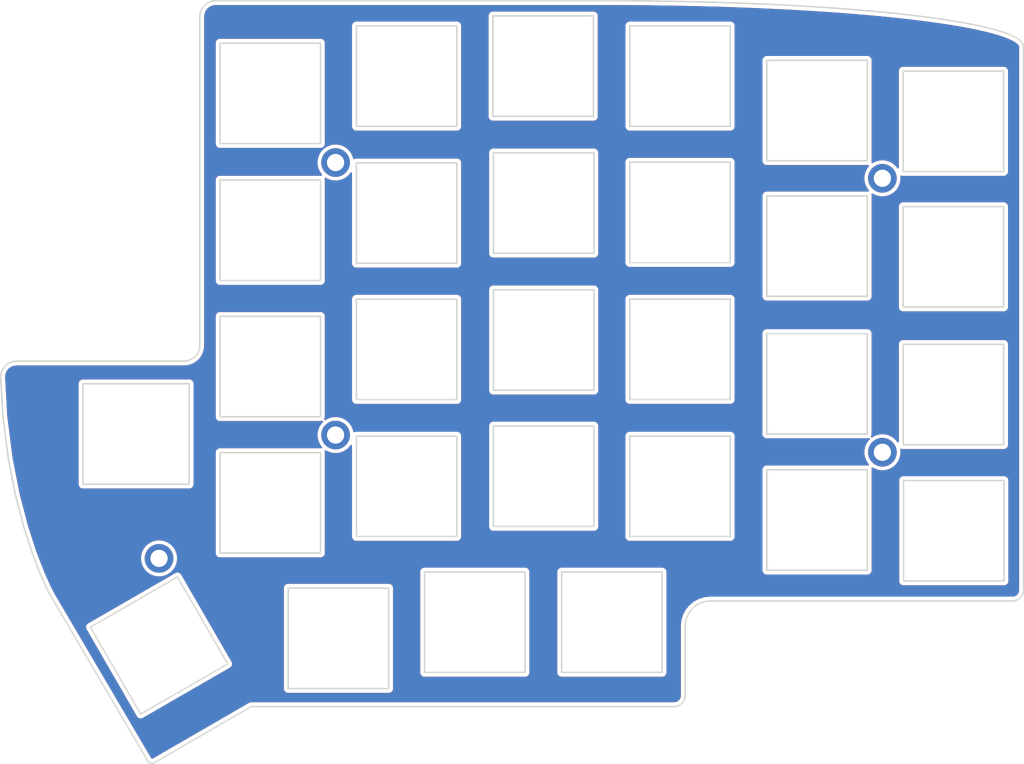
<source format=kicad_pcb>
(kicad_pcb (version 20171130) (host pcbnew 5.1.10)

  (general
    (thickness 1.6)
    (drawings 289)
    (tracks 0)
    (zones 0)
    (modules 5)
    (nets 1)
  )

  (page A4)
  (layers
    (0 F.Cu signal hide)
    (31 B.Cu signal hide)
    (32 B.Adhes user hide)
    (33 F.Adhes user hide)
    (34 B.Paste user hide)
    (35 F.Paste user hide)
    (36 B.SilkS user hide)
    (37 F.SilkS user hide)
    (38 B.Mask user hide)
    (39 F.Mask user hide)
    (40 Dwgs.User user hide)
    (41 Cmts.User user hide)
    (42 Eco1.User user hide)
    (43 Eco2.User user hide)
    (44 Edge.Cuts user)
    (45 Margin user hide)
    (46 B.CrtYd user hide)
    (47 F.CrtYd user hide)
    (48 B.Fab user hide)
    (49 F.Fab user hide)
  )

  (setup
    (last_trace_width 0.25)
    (user_trace_width 0.25)
    (user_trace_width 0.5)
    (trace_clearance 0.2)
    (zone_clearance 0.508)
    (zone_45_only no)
    (trace_min 0.2)
    (via_size 0.6)
    (via_drill 0.4)
    (via_min_size 0.4)
    (via_min_drill 0.3)
    (uvia_size 0.3)
    (uvia_drill 0.1)
    (uvias_allowed no)
    (uvia_min_size 0.2)
    (uvia_min_drill 0.1)
    (edge_width 0.15)
    (segment_width 0.2)
    (pcb_text_width 0.3)
    (pcb_text_size 1.5 1.5)
    (mod_edge_width 0.15)
    (mod_text_size 1 1)
    (mod_text_width 0.15)
    (pad_size 1 2.1)
    (pad_drill 0.3)
    (pad_to_mask_clearance 0.2)
    (aux_axis_origin 0 0)
    (visible_elements FFFDFFFF)
    (pcbplotparams
      (layerselection 0x010f0_ffffffff)
      (usegerberextensions true)
      (usegerberattributes false)
      (usegerberadvancedattributes false)
      (creategerberjobfile false)
      (excludeedgelayer true)
      (linewidth 0.100000)
      (plotframeref false)
      (viasonmask false)
      (mode 1)
      (useauxorigin false)
      (hpglpennumber 1)
      (hpglpenspeed 20)
      (hpglpendiameter 15.000000)
      (psnegative false)
      (psa4output false)
      (plotreference true)
      (plotvalue true)
      (plotinvisibletext false)
      (padsonsilk false)
      (subtractmaskfromsilk true)
      (outputformat 1)
      (mirror false)
      (drillshape 0)
      (scaleselection 1)
      (outputdirectory "gerber/"))
  )

  (net 0 "")

  (net_class Default "これは標準のネット クラスです。"
    (clearance 0.2)
    (trace_width 0.25)
    (via_dia 0.6)
    (via_drill 0.4)
    (uvia_dia 0.3)
    (uvia_drill 0.1)
  )

  (net_class GND ""
    (clearance 0.2)
    (trace_width 0.5)
    (via_dia 0.6)
    (via_drill 0.4)
    (uvia_dia 0.3)
    (uvia_drill 0.1)
  )

  (net_class VCC ""
    (clearance 0.2)
    (trace_width 0.5)
    (via_dia 0.6)
    (via_drill 0.4)
    (uvia_dia 0.3)
    (uvia_drill 0.1)
  )

  (module Lily58-footprint:M2_HOLE_PCB (layer F.Cu) (tedit 5BA4F97A) (tstamp 5BA4F9D6)
    (at 129.6 57.7)
    (fp_text reference REF** (at 0 2.7) (layer F.SilkS) hide
      (effects (font (size 1 1) (thickness 0.15)))
    )
    (fp_text value M2_HOLE_PCB (at 0 -2.6) (layer F.Fab)
      (effects (font (size 1 1) (thickness 0.15)))
    )
    (pad "" thru_hole circle (at 0 0) (size 4 4) (drill 2.4) (layers *.Cu *.Mask))
  )

  (module Lily58-footprint:M2_HOLE_PCB (layer F.Cu) (tedit 5BA4F97A) (tstamp 5BA4F9F6)
    (at 205.8 59.9)
    (fp_text reference REF** (at 0 2.7) (layer F.SilkS) hide
      (effects (font (size 1 1) (thickness 0.15)))
    )
    (fp_text value M2_HOLE_PCB (at 0 -2.6) (layer F.Fab)
      (effects (font (size 1 1) (thickness 0.15)))
    )
    (pad "" thru_hole circle (at 0 0) (size 4 4) (drill 2.4) (layers *.Cu *.Mask))
  )

  (module Lily58-footprint:M2_HOLE_PCB (layer F.Cu) (tedit 5BA4F97A) (tstamp 5BA4FA06)
    (at 205.8 98.1)
    (fp_text reference REF** (at 0 2.7) (layer F.SilkS) hide
      (effects (font (size 1 1) (thickness 0.15)))
    )
    (fp_text value M2_HOLE_PCB (at 0 -2.6) (layer F.Fab)
      (effects (font (size 1 1) (thickness 0.15)))
    )
    (pad "" thru_hole circle (at 0 0) (size 4 4) (drill 2.4) (layers *.Cu *.Mask))
  )

  (module Lily58-footprint:M2_HOLE_PCB (layer F.Cu) (tedit 5BA4F97A) (tstamp 5BA4FA16)
    (at 129.6 95.7)
    (fp_text reference REF** (at 0 2.7) (layer F.SilkS) hide
      (effects (font (size 1 1) (thickness 0.15)))
    )
    (fp_text value M2_HOLE_PCB (at 0 -2.6) (layer F.Fab)
      (effects (font (size 1 1) (thickness 0.15)))
    )
    (pad "" thru_hole circle (at 0 0) (size 4 4) (drill 2.4) (layers *.Cu *.Mask))
  )

  (module Lily58-footprint:M2_HOLE_PCB (layer F.Cu) (tedit 5BA4F97A) (tstamp 5BA4FA26)
    (at 105 112.9)
    (fp_text reference REF** (at 0 2.7) (layer F.SilkS) hide
      (effects (font (size 1 1) (thickness 0.15)))
    )
    (fp_text value M2_HOLE_PCB (at 0 -2.6) (layer F.Fab)
      (effects (font (size 1 1) (thickness 0.15)))
    )
    (pad "" thru_hole circle (at 0 0) (size 4 4) (drill 2.4) (layers *.Cu *.Mask))
  )

  (gr_line (start 208.697755 58.949338) (end 208.697755 44.948872) (layer Edge.Cuts) (width 0.2))
  (gr_line (start 208.697755 44.948872) (end 222.69822 44.948872) (layer Edge.Cuts) (width 0.2))
  (gr_line (start 222.69822 58.949338) (end 208.697755 58.949338) (layer Edge.Cuts) (width 0.2))
  (gr_line (start 222.69822 44.948872) (end 222.69822 58.949338) (layer Edge.Cuts) (width 0.2))
  (gr_line (start 181.804897 35.335349) (end 178.987479 35.264503) (layer Edge.Cuts) (width 0.2))
  (gr_line (start 184.568127 35.42085) (end 181.804897 35.335349) (layer Edge.Cuts) (width 0.2))
  (gr_line (start 187.273528 35.520607) (end 184.568127 35.42085) (layer Edge.Cuts) (width 0.2))
  (gr_line (start 225.457916 41.485605) (end 225.457916 117.338584) (layer Edge.Cuts) (width 0.2))
  (gr_line (start 170.246534 35.143866) (end 167.248797 35.135611) (layer Edge.Cuts) (width 0.2))
  (gr_line (start 222.69822 77.848175) (end 208.697755 77.848175) (layer Edge.Cuts) (width 0.2))
  (gr_line (start 224.260412 118.808137) (end 223.957916 118.838584) (layer Edge.Cuts) (width 0.2))
  (gr_line (start 224.542068 118.720802) (end 224.260412 118.808137) (layer Edge.Cuts) (width 0.2))
  (gr_line (start 197.443967 36.054257) (end 195.006317 35.901446) (layer Edge.Cuts) (width 0.2))
  (gr_line (start 199.805571 36.219338) (end 197.443967 36.054257) (layer Edge.Cuts) (width 0.2))
  (gr_line (start 202.087487 36.396291) (end 199.805571 36.219338) (layer Edge.Cuts) (width 0.2))
  (gr_line (start 204.286071 36.584719) (end 202.087487 36.396291) (layer Edge.Cuts) (width 0.2))
  (gr_line (start 206.397682 36.784225) (end 204.286071 36.584719) (layer Edge.Cuts) (width 0.2))
  (gr_line (start 208.418675 36.994411) (end 206.397682 36.784225) (layer Edge.Cuts) (width 0.2))
  (gr_line (start 210.345407 37.214879) (end 208.418675 36.994411) (layer Edge.Cuts) (width 0.2))
  (gr_line (start 212.174237 37.445233) (end 210.345407 37.214879) (layer Edge.Cuts) (width 0.2))
  (gr_line (start 213.90152 37.685076) (end 212.174237 37.445233) (layer Edge.Cuts) (width 0.2))
  (gr_line (start 215.523614 37.934008) (end 213.90152 37.685076) (layer Edge.Cuts) (width 0.2))
  (gr_line (start 217.036875 38.191634) (end 215.523614 37.934008) (layer Edge.Cuts) (width 0.2))
  (gr_line (start 218.437661 38.457556) (end 217.036875 38.191634) (layer Edge.Cuts) (width 0.2))
  (gr_line (start 219.722329 38.731375) (end 218.437661 38.457556) (layer Edge.Cuts) (width 0.2))
  (gr_line (start 220.887236 39.012696) (end 219.722329 38.731375) (layer Edge.Cuts) (width 0.2))
  (gr_line (start 221.928738 39.30112) (end 220.887236 39.012696) (layer Edge.Cuts) (width 0.2))
  (gr_line (start 222.843192 39.596251) (end 221.928738 39.30112) (layer Edge.Cuts) (width 0.2))
  (gr_line (start 223.626956 39.897689) (end 222.843192 39.596251) (layer Edge.Cuts) (width 0.2))
  (gr_line (start 224.276387 40.20504) (end 223.626956 39.897689) (layer Edge.Cuts) (width 0.2))
  (gr_line (start 224.787842 40.517904) (end 224.276387 40.20504) (layer Edge.Cuts) (width 0.2))
  (gr_line (start 225.157677 40.835884) (end 224.787842 40.517904) (layer Edge.Cuts) (width 0.2))
  (gr_line (start 225.382249 41.158584) (end 225.157677 40.835884) (layer Edge.Cuts) (width 0.2))
  (gr_line (start 225.457916 41.485605) (end 225.382249 41.158584) (layer Edge.Cuts) (width 0.2))
  (gr_line (start 208.697755 77.848175) (end 208.697755 63.850249) (layer Edge.Cuts) (width 0.2))
  (gr_line (start 161.099535 124.372747) (end 161.099535 114.8) (layer Edge.Cuts) (width 0.2))
  (gr_line (start 175.1 128.800465) (end 161.099535 128.800465) (layer Edge.Cuts) (width 0.2))
  (gr_line (start 173.204655 35.168364) (end 170.246534 35.143866) (layer Edge.Cuts) (width 0.2))
  (gr_line (start 176.119518 35.208709) (end 173.204655 35.168364) (layer Edge.Cuts) (width 0.2))
  (gr_line (start 178.987479 35.264503) (end 176.119518 35.208709) (layer Edge.Cuts) (width 0.2))
  (gr_line (start 117.861089 133.560508) (end 176.817264 133.560508) (layer Edge.Cuts) (width 0.2))
  (gr_line (start 178.317264 122.338584) (end 178.317264 132.060508) (layer Edge.Cuts) (width 0.2))
  (gr_line (start 177.11976 133.530061) (end 176.817264 133.560508) (layer Edge.Cuts) (width 0.2))
  (gr_line (start 177.401416 133.442725) (end 177.11976 133.530061) (layer Edge.Cuts) (width 0.2))
  (gr_line (start 177.656225 133.304509) (end 177.401416 133.442725) (layer Edge.Cuts) (width 0.2))
  (gr_line (start 91.672462 121.142637) (end 93.354139 124.004164) (layer Edge.Cuts) (width 0.2))
  (gr_line (start 89.990785 118.28111) (end 91.672462 121.142637) (layer Edge.Cuts) (width 0.2))
  (gr_line (start 101.762522 138.311799) (end 103.444199 141.173326) (layer Edge.Cuts) (width 0.2))
  (gr_line (start 100.080845 135.450272) (end 101.762522 138.311799) (layer Edge.Cuts) (width 0.2))
  (gr_line (start 98.399169 132.588745) (end 100.080845 135.450272) (layer Edge.Cuts) (width 0.2))
  (gr_line (start 96.717492 129.727218) (end 98.399169 132.588745) (layer Edge.Cuts) (width 0.2))
  (gr_line (start 95.035815 126.865691) (end 96.717492 129.727218) (layer Edge.Cuts) (width 0.2))
  (gr_line (start 93.354139 124.004164) (end 95.035815 126.865691) (layer Edge.Cuts) (width 0.2))
  (gr_line (start 132.500088 76.75059) (end 146.500282 76.75059) (layer Edge.Cuts) (width 0.2))
  (gr_line (start 132.500088 90.750611) (end 132.500088 76.75059) (layer Edge.Cuts) (width 0.2))
  (gr_line (start 146.500282 90.750611) (end 132.500088 90.750611) (layer Edge.Cuts) (width 0.2))
  (gr_line (start 146.500282 109.849122) (end 146.500282 109.849122) (layer Edge.Cuts) (width 0.2))
  (gr_line (start 146.500282 95.849101) (end 146.500282 109.849122) (layer Edge.Cuts) (width 0.2))
  (gr_line (start 132.500088 95.849101) (end 146.500282 95.849101) (layer Edge.Cuts) (width 0.2))
  (gr_line (start 132.500088 109.849122) (end 132.500088 95.849101) (layer Edge.Cuts) (width 0.2))
  (gr_line (start 146.500282 109.849122) (end 132.500088 109.849122) (layer Edge.Cuts) (width 0.2))
  (gr_line (start 136.998669 131.0494) (end 136.998669 131.0494) (layer Edge.Cuts) (width 0.2))
  (gr_line (start 136.998669 117.049379) (end 136.998669 131.0494) (layer Edge.Cuts) (width 0.2))
  (gr_line (start 122.998474 117.049379) (end 136.998669 117.049379) (layer Edge.Cuts) (width 0.2))
  (gr_line (start 122.998474 131.0494) (end 122.998474 117.049379) (layer Edge.Cuts) (width 0.2))
  (gr_line (start 136.998669 131.0494) (end 122.998474 131.0494) (layer Edge.Cuts) (width 0.2))
  (gr_line (start 155.999226 128.798965) (end 155.999226 128.798965) (layer Edge.Cuts) (width 0.2))
  (gr_line (start 155.999226 114.798944) (end 155.999226 128.798965) (layer Edge.Cuts) (width 0.2))
  (gr_line (start 141.999031 114.798944) (end 155.999226 114.798944) (layer Edge.Cuts) (width 0.2))
  (gr_line (start 141.999031 128.798965) (end 141.999031 114.798944) (layer Edge.Cuts) (width 0.2))
  (gr_line (start 155.999226 128.798965) (end 141.999031 128.798965) (layer Edge.Cuts) (width 0.2))
  (gr_line (start 165.599007 108.448529) (end 165.599007 108.448529) (layer Edge.Cuts) (width 0.2))
  (gr_line (start 165.599007 94.448508) (end 165.599007 108.448529) (layer Edge.Cuts) (width 0.2))
  (gr_line (start 151.598813 94.448508) (end 165.599007 94.448508) (layer Edge.Cuts) (width 0.2))
  (gr_line (start 151.598813 108.448529) (end 151.598813 94.448508) (layer Edge.Cuts) (width 0.2))
  (gr_line (start 165.599007 108.448529) (end 151.598813 108.448529) (layer Edge.Cuts) (width 0.2))
  (gr_line (start 165.600149 89.448314) (end 165.600149 89.448314) (layer Edge.Cuts) (width 0.2))
  (gr_line (start 165.600149 75.448293) (end 165.600149 89.448314) (layer Edge.Cuts) (width 0.2))
  (gr_line (start 151.599955 75.448293) (end 165.600149 75.448293) (layer Edge.Cuts) (width 0.2))
  (gr_line (start 151.599955 89.448314) (end 151.599955 75.448293) (layer Edge.Cuts) (width 0.2))
  (gr_line (start 165.600149 89.448314) (end 151.599955 89.448314) (layer Edge.Cuts) (width 0.2))
  (gr_line (start 165.600149 70.350095) (end 165.600149 70.350095) (layer Edge.Cuts) (width 0.2))
  (gr_line (start 165.600149 56.350074) (end 165.600149 70.350095) (layer Edge.Cuts) (width 0.2))
  (gr_line (start 151.599955 56.350074) (end 165.600149 56.350074) (layer Edge.Cuts) (width 0.2))
  (gr_line (start 151.599955 70.350095) (end 151.599955 56.350074) (layer Edge.Cuts) (width 0.2))
  (gr_line (start 165.600149 70.350095) (end 151.599955 70.350095) (layer Edge.Cuts) (width 0.2))
  (gr_line (start 165.529285 51.259497) (end 165.529285 51.259497) (layer Edge.Cuts) (width 0.2))
  (gr_line (start 165.529285 37.259475) (end 165.529285 51.259497) (layer Edge.Cuts) (width 0.2))
  (gr_line (start 151.529091 37.259475) (end 165.529285 37.259475) (layer Edge.Cuts) (width 0.2))
  (gr_line (start 151.529091 51.259497) (end 151.529091 37.259475) (layer Edge.Cuts) (width 0.2))
  (gr_line (start 165.529285 51.259497) (end 151.529091 51.259497) (layer Edge.Cuts) (width 0.2))
  (gr_line (start 184.604097 52.648874) (end 184.604097 52.648874) (layer Edge.Cuts) (width 0.2))
  (gr_line (start 184.604097 38.648853) (end 184.604097 52.648874) (layer Edge.Cuts) (width 0.2))
  (gr_line (start 170.603903 38.648853) (end 184.604097 38.648853) (layer Edge.Cuts) (width 0.2))
  (gr_line (start 170.603903 52.648874) (end 170.603903 38.648853) (layer Edge.Cuts) (width 0.2))
  (gr_line (start 184.604097 52.648874) (end 170.603903 52.648874) (layer Edge.Cuts) (width 0.2))
  (gr_line (start 184.598166 71.649088) (end 184.598166 71.649088) (layer Edge.Cuts) (width 0.2))
  (gr_line (start 184.598166 57.649067) (end 184.598166 71.649088) (layer Edge.Cuts) (width 0.2))
  (gr_line (start 170.597972 57.649067) (end 184.598166 57.649067) (layer Edge.Cuts) (width 0.2))
  (gr_line (start 170.597972 71.649088) (end 170.597972 57.649067) (layer Edge.Cuts) (width 0.2))
  (gr_line (start 184.598166 71.649088) (end 170.597972 71.649088) (layer Edge.Cuts) (width 0.2))
  (gr_line (start 184.6002 90.748363) (end 184.6002 90.748363) (layer Edge.Cuts) (width 0.2))
  (gr_line (start 184.6002 76.748342) (end 184.6002 90.748363) (layer Edge.Cuts) (width 0.2))
  (gr_line (start 170.600006 76.748342) (end 184.6002 76.748342) (layer Edge.Cuts) (width 0.2))
  (gr_line (start 170.600006 90.748363) (end 170.600006 76.748342) (layer Edge.Cuts) (width 0.2))
  (gr_line (start 184.6002 90.748363) (end 170.600006 90.748363) (layer Edge.Cuts) (width 0.2))
  (gr_line (start 184.599436 109.849336) (end 184.599436 109.849336) (layer Edge.Cuts) (width 0.2))
  (gr_line (start 184.599436 95.849315) (end 184.599436 109.849336) (layer Edge.Cuts) (width 0.2))
  (gr_line (start 170.599242 95.849315) (end 184.599436 95.849315) (layer Edge.Cuts) (width 0.2))
  (gr_line (start 170.599242 109.849336) (end 170.599242 95.849315) (layer Edge.Cuts) (width 0.2))
  (gr_line (start 184.599436 109.849336) (end 170.599242 109.849336) (layer Edge.Cuts) (width 0.2))
  (gr_line (start 203.698925 76.349563) (end 203.698925 76.349563) (layer Edge.Cuts) (width 0.2))
  (gr_line (start 203.698925 62.349542) (end 203.698925 76.349563) (layer Edge.Cuts) (width 0.2))
  (gr_line (start 189.698731 62.349542) (end 203.698925 62.349542) (layer Edge.Cuts) (width 0.2))
  (gr_line (start 189.698731 76.349563) (end 189.698731 62.349542) (layer Edge.Cuts) (width 0.2))
  (gr_line (start 203.698925 76.349563) (end 189.698731 76.349563) (layer Edge.Cuts) (width 0.2))
  (gr_line (start 203.685052 95.549381) (end 203.685052 95.549381) (layer Edge.Cuts) (width 0.2))
  (gr_line (start 203.685052 81.54936) (end 203.685052 95.549381) (layer Edge.Cuts) (width 0.2))
  (gr_line (start 189.684858 81.54936) (end 203.685052 81.54936) (layer Edge.Cuts) (width 0.2))
  (gr_line (start 189.684858 95.549381) (end 189.684858 81.54936) (layer Edge.Cuts) (width 0.2))
  (gr_line (start 203.685052 95.549381) (end 189.684858 95.549381) (layer Edge.Cuts) (width 0.2))
  (gr_line (start 203.699937 114.548326) (end 203.699937 114.548326) (layer Edge.Cuts) (width 0.2))
  (gr_line (start 203.699937 100.548305) (end 203.699937 114.548326) (layer Edge.Cuts) (width 0.2))
  (gr_line (start 189.699743 100.548305) (end 203.699937 100.548305) (layer Edge.Cuts) (width 0.2))
  (gr_line (start 189.699743 114.548326) (end 189.699743 100.548305) (layer Edge.Cuts) (width 0.2))
  (gr_line (start 203.699937 114.548326) (end 189.699743 114.548326) (layer Edge.Cuts) (width 0.2))
  (gr_line (start 203.700067 57.449463) (end 203.700067 57.449463) (layer Edge.Cuts) (width 0.2))
  (gr_line (start 203.700067 43.449442) (end 203.700067 57.449463) (layer Edge.Cuts) (width 0.2))
  (gr_line (start 189.699873 43.449442) (end 203.700067 43.449442) (layer Edge.Cuts) (width 0.2))
  (gr_line (start 189.699873 57.449463) (end 189.699873 43.449442) (layer Edge.Cuts) (width 0.2))
  (gr_line (start 203.700067 57.449463) (end 189.699873 57.449463) (layer Edge.Cuts) (width 0.2))
  (gr_line (start 167.248797 35.135611) (end 112.880028 35.135611) (layer Edge.Cuts) (width 0.2))
  (gr_line (start 89.842011 117.999639) (end 89.99125 118.28111) (layer Edge.Cuts) (width 0.2))
  (gr_line (start 89.692772 117.718169) (end 89.842011 117.999639) (layer Edge.Cuts) (width 0.2))
  (gr_line (start 89.543534 117.436698) (end 89.692772 117.718169) (layer Edge.Cuts) (width 0.2))
  (gr_line (start 89.394295 117.155227) (end 89.543534 117.436698) (layer Edge.Cuts) (width 0.2))
  (gr_line (start 89.165926 116.650939) (end 89.394295 117.155227) (layer Edge.Cuts) (width 0.2))
  (gr_line (start 88.937556 116.146652) (end 89.165926 116.650939) (layer Edge.Cuts) (width 0.2))
  (gr_line (start 88.709186 115.642364) (end 88.937556 116.146652) (layer Edge.Cuts) (width 0.2))
  (gr_line (start 88.480816 115.138077) (end 88.709186 115.642364) (layer Edge.Cuts) (width 0.2))
  (gr_line (start 88.202469 114.421385) (end 88.480816 115.138077) (layer Edge.Cuts) (width 0.2))
  (gr_line (start 87.924122 113.704692) (end 88.202469 114.421385) (layer Edge.Cuts) (width 0.2))
  (gr_line (start 87.645775 112.988) (end 87.924122 113.704692) (layer Edge.Cuts) (width 0.2))
  (gr_line (start 87.367427 112.271308) (end 87.645775 112.988) (layer Edge.Cuts) (width 0.2))
  (gr_line (start 87.068256 111.352623) (end 87.367427 112.271308) (layer Edge.Cuts) (width 0.2))
  (gr_line (start 86.769085 110.433938) (end 87.068256 111.352623) (layer Edge.Cuts) (width 0.2))
  (gr_line (start 86.469914 109.515254) (end 86.769085 110.433938) (layer Edge.Cuts) (width 0.2))
  (gr_line (start 86.170742 108.596569) (end 86.469914 109.515254) (layer Edge.Cuts) (width 0.2))
  (gr_line (start 85.879901 107.486303) (end 86.170742 108.596569) (layer Edge.Cuts) (width 0.2))
  (gr_line (start 85.589059 106.376038) (end 85.879901 107.486303) (layer Edge.Cuts) (width 0.2))
  (gr_line (start 85.298217 105.265772) (end 85.589059 106.376038) (layer Edge.Cuts) (width 0.2))
  (gr_line (start 85.007376 104.155507) (end 85.298217 105.265772) (layer Edge.Cuts) (width 0.2))
  (gr_line (start 84.754017 102.864073) (end 85.007376 104.155507) (layer Edge.Cuts) (width 0.2))
  (gr_line (start 84.500659 101.572639) (end 84.754017 102.864073) (layer Edge.Cuts) (width 0.2))
  (gr_line (start 84.2473 100.281204) (end 84.500659 101.572639) (layer Edge.Cuts) (width 0.2))
  (gr_line (start 83.993942 98.98977) (end 84.2473 100.281204) (layer Edge.Cuts) (width 0.2))
  (gr_line (start 83.80722 97.527579) (end 83.993942 98.98977) (layer Edge.Cuts) (width 0.2))
  (gr_line (start 83.620498 96.065389) (end 83.80722 97.527579) (layer Edge.Cuts) (width 0.2))
  (gr_line (start 83.433777 94.603198) (end 83.620498 96.065389) (layer Edge.Cuts) (width 0.2))
  (gr_line (start 83.247055 93.141007) (end 83.433777 94.603198) (layer Edge.Cuts) (width 0.2))
  (gr_line (start 83.169362 91.754688) (end 83.247055 93.141007) (layer Edge.Cuts) (width 0.2))
  (gr_line (start 83.091669 90.368368) (end 83.169362 91.754688) (layer Edge.Cuts) (width 0.2))
  (gr_line (start 83.013976 88.982049) (end 83.091669 90.368368) (layer Edge.Cuts) (width 0.2))
  (gr_line (start 82.936283 87.59573) (end 83.013976 88.982049) (layer Edge.Cuts) (width 0.2))
  (gr_line (start 104.273955 141.420283) (end 104.454674 141.320606) (layer Edge.Cuts) (width 0.2))
  (gr_line (start 104.146472 141.461525) (end 104.273955 141.420283) (layer Edge.Cuts) (width 0.2))
  (gr_line (start 104.022958 141.472149) (end 104.146472 141.461525) (layer Edge.Cuts) (width 0.2))
  (gr_line (start 103.909017 141.470991) (end 104.022958 141.472149) (layer Edge.Cuts) (width 0.2))
  (gr_line (start 103.801432 141.437539) (end 103.909017 141.470991) (layer Edge.Cuts) (width 0.2))
  (gr_line (start 103.690268 141.386487) (end 103.801432 141.437539) (layer Edge.Cuts) (width 0.2))
  (gr_line (start 103.539842 141.291766) (end 103.690268 141.386487) (layer Edge.Cuts) (width 0.2))
  (gr_line (start 103.444199 141.173326) (end 103.539842 141.291766) (layer Edge.Cuts) (width 0.2))
  (gr_line (start 116.184535 134.529634) (end 117.86023 133.559495) (layer Edge.Cuts) (width 0.2))
  (gr_line (start 114.508841 135.499772) (end 116.184535 134.529634) (layer Edge.Cuts) (width 0.2))
  (gr_line (start 112.833147 136.469911) (end 114.508841 135.499772) (layer Edge.Cuts) (width 0.2))
  (gr_line (start 111.157452 137.44005) (end 112.833147 136.469911) (layer Edge.Cuts) (width 0.2))
  (gr_line (start 109.481758 138.410189) (end 111.157452 137.44005) (layer Edge.Cuts) (width 0.2))
  (gr_line (start 107.806063 139.380328) (end 109.481758 138.410189) (layer Edge.Cuts) (width 0.2))
  (gr_line (start 106.130369 140.350467) (end 107.806063 139.380328) (layer Edge.Cuts) (width 0.2))
  (gr_line (start 104.454674 141.320606) (end 106.130369 140.350467) (layer Edge.Cuts) (width 0.2))
  (gr_line (start 132.499196 57.749611) (end 146.49939 57.749611) (layer Edge.Cuts) (width 0.2))
  (gr_line (start 132.499196 71.749632) (end 132.499196 57.749611) (layer Edge.Cuts) (width 0.2))
  (gr_line (start 146.49939 71.749632) (end 132.499196 71.749632) (layer Edge.Cuts) (width 0.2))
  (gr_line (start 146.500282 90.750611) (end 146.500282 90.750611) (layer Edge.Cuts) (width 0.2))
  (gr_line (start 146.500282 76.75059) (end 146.500282 90.750611) (layer Edge.Cuts) (width 0.2))
  (gr_line (start 146.49939 52.648874) (end 132.499196 52.648874) (layer Edge.Cuts) (width 0.2))
  (gr_line (start 146.49939 71.749632) (end 146.49939 71.749632) (layer Edge.Cuts) (width 0.2))
  (gr_line (start 146.49939 57.749611) (end 146.49939 71.749632) (layer Edge.Cuts) (width 0.2))
  (gr_line (start 127.499089 55.049168) (end 127.499089 55.049168) (layer Edge.Cuts) (width 0.2))
  (gr_line (start 127.499089 41.049147) (end 127.499089 55.049168) (layer Edge.Cuts) (width 0.2))
  (gr_line (start 113.498895 41.049147) (end 127.499089 41.049147) (layer Edge.Cuts) (width 0.2))
  (gr_line (start 113.498895 55.049168) (end 113.498895 41.049147) (layer Edge.Cuts) (width 0.2))
  (gr_line (start 127.499089 55.049168) (end 113.498895 55.049168) (layer Edge.Cuts) (width 0.2))
  (gr_line (start 146.49939 52.648874) (end 146.49939 52.648874) (layer Edge.Cuts) (width 0.2))
  (gr_line (start 146.49939 38.648853) (end 146.49939 52.648874) (layer Edge.Cuts) (width 0.2))
  (gr_line (start 132.499196 38.648853) (end 146.49939 38.648853) (layer Edge.Cuts) (width 0.2))
  (gr_line (start 132.499196 52.648874) (end 132.499196 38.648853) (layer Edge.Cuts) (width 0.2))
  (gr_line (start 127.500106 74.150477) (end 127.500106 74.150477) (layer Edge.Cuts) (width 0.2))
  (gr_line (start 127.500106 60.150456) (end 127.500106 74.150477) (layer Edge.Cuts) (width 0.2))
  (gr_line (start 113.499912 60.150456) (end 127.500106 60.150456) (layer Edge.Cuts) (width 0.2))
  (gr_line (start 113.499912 74.150477) (end 113.499912 60.150456) (layer Edge.Cuts) (width 0.2))
  (gr_line (start 127.500106 74.150477) (end 113.499912 74.150477) (layer Edge.Cuts) (width 0.2))
  (gr_line (start 85.135693 85.393398) (end 108.480785 85.393594) (layer Edge.Cuts) (width 0.2))
  (gr_line (start 108.351468 102.549392) (end 108.351468 102.549392) (layer Edge.Cuts) (width 0.2))
  (gr_line (start 109.2 88.549371) (end 109.2 102.549392) (layer Edge.Cuts) (width 0.2))
  (gr_line (start 94.399278 88.549371) (end 109.2 88.549371) (layer Edge.Cuts) (width 0.2))
  (gr_line (start 94.399278 102.549392) (end 94.399278 88.549371) (layer Edge.Cuts) (width 0.2))
  (gr_line (start 109.2 102.549392) (end 94.399278 102.549392) (layer Edge.Cuts) (width 0.2))
  (gr_line (start 114.561755 127.611016) (end 114.561755 127.611016) (layer Edge.Cuts) (width 0.2))
  (gr_line (start 107.561744 115.486642) (end 114.561755 127.611016) (layer Edge.Cuts) (width 0.2))
  (gr_line (start 95.43722 122.486739) (end 107.561744 115.486642) (layer Edge.Cuts) (width 0.2))
  (gr_line (start 102.437231 134.611113) (end 95.43722 122.486739) (layer Edge.Cuts) (width 0.2))
  (gr_line (start 114.561755 127.611016) (end 102.437231 134.611113) (layer Edge.Cuts) (width 0.2))
  (gr_line (start 127.499089 112.150571) (end 127.499089 112.150571) (layer Edge.Cuts) (width 0.2))
  (gr_line (start 127.499089 98.15055) (end 127.499089 112.150571) (layer Edge.Cuts) (width 0.2))
  (gr_line (start 113.498895 98.15055) (end 127.499089 98.15055) (layer Edge.Cuts) (width 0.2))
  (gr_line (start 113.498895 112.150571) (end 113.498895 98.15055) (layer Edge.Cuts) (width 0.2))
  (gr_line (start 127.499089 112.150571) (end 113.498895 112.150571) (layer Edge.Cuts) (width 0.2))
  (gr_line (start 127.499089 93.147646) (end 127.499089 93.147646) (layer Edge.Cuts) (width 0.2))
  (gr_line (start 127.499089 79.147625) (end 127.499089 93.147646) (layer Edge.Cuts) (width 0.2))
  (gr_line (start 113.498895 79.147625) (end 127.499089 79.147625) (layer Edge.Cuts) (width 0.2))
  (gr_line (start 113.498895 93.147646) (end 113.498895 79.147625) (layer Edge.Cuts) (width 0.2))
  (gr_line (start 127.499089 93.147646) (end 113.498895 93.147646) (layer Edge.Cuts) (width 0.2))
  (gr_line (start 110.507703 84.050253) (end 110.635773 83.637157) (layer Edge.Cuts) (width 0.2))
  (gr_line (start 110.305023 84.423972) (end 110.507703 84.050253) (layer Edge.Cuts) (width 0.2))
  (gr_line (start 110.036541 84.749502) (end 110.305023 84.423972) (layer Edge.Cuts) (width 0.2))
  (gr_line (start 109.711069 85.018031) (end 110.036541 84.749502) (layer Edge.Cuts) (width 0.2))
  (gr_line (start 109.337416 85.220748) (end 109.711069 85.018031) (layer Edge.Cuts) (width 0.2))
  (gr_line (start 108.924394 85.34884) (end 109.337416 85.220748) (layer Edge.Cuts) (width 0.2))
  (gr_line (start 108.480812 85.393496) (end 108.924394 85.34884) (layer Edge.Cuts) (width 0.2))
  (gr_line (start 110.635773 83.637157) (end 110.68042 83.193496) (layer Edge.Cuts) (width 0.2))
  (gr_line (start 85.135449 85.393594) (end 84.687607 85.437666) (layer Edge.Cuts) (width 0.2))
  (gr_line (start 83.307614 86.357346) (end 83.106839 86.731697) (layer Edge.Cuts) (width 0.2))
  (gr_line (start 83.574355 86.032485) (end 83.307614 86.357346) (layer Edge.Cuts) (width 0.2))
  (gr_line (start 83.898784 85.765395) (end 83.574355 86.032485) (layer Edge.Cuts) (width 0.2))
  (gr_line (start 84.272627 85.564361) (end 83.898784 85.765395) (layer Edge.Cuts) (width 0.2))
  (gr_line (start 84.687607 85.437666) (end 84.272627 85.564361) (layer Edge.Cuts) (width 0.2))
  (gr_line (start 82.980305 87.147252) (end 82.936288 87.59573) (layer Edge.Cuts) (width 0.2))
  (gr_line (start 83.106839 86.731697) (end 82.980305 87.147252) (layer Edge.Cuts) (width 0.2))
  (gr_line (start 112.436447 35.180267) (end 112.023424 35.308359) (layer Edge.Cuts) (width 0.2))
  (gr_line (start 112.880028 35.135611) (end 112.436447 35.180267) (layer Edge.Cuts) (width 0.2))
  (gr_line (start 110.725068 36.89195) (end 110.68042 37.34925) (layer Edge.Cuts) (width 0.2))
  (gr_line (start 110.853137 36.478855) (end 110.725068 36.89195) (layer Edge.Cuts) (width 0.2))
  (gr_line (start 111.055818 36.105136) (end 110.853137 36.478855) (layer Edge.Cuts) (width 0.2))
  (gr_line (start 111.3243 35.779605) (end 111.055818 36.105136) (layer Edge.Cuts) (width 0.2))
  (gr_line (start 111.649772 35.511076) (end 111.3243 35.779605) (layer Edge.Cuts) (width 0.2))
  (gr_line (start 112.023424 35.308359) (end 111.649772 35.511076) (layer Edge.Cuts) (width 0.2))
  (gr_line (start 222.748884 116.049248) (end 208.74869 116.049248) (layer Edge.Cuts) (width 0.2))
  (gr_line (start 222.748884 116.049248) (end 222.748884 116.049248) (layer Edge.Cuts) (width 0.2))
  (gr_line (start 222.748884 102.049227) (end 222.748884 116.049248) (layer Edge.Cuts) (width 0.2))
  (gr_line (start 208.74869 102.049227) (end 222.748884 102.049227) (layer Edge.Cuts) (width 0.2))
  (gr_line (start 208.74869 116.049248) (end 208.74869 102.049227) (layer Edge.Cuts) (width 0.2))
  (gr_line (start 208.699914 97.050562) (end 208.699914 83.050541) (layer Edge.Cuts) (width 0.2))
  (gr_line (start 222.700108 97.050562) (end 208.699914 97.050562) (layer Edge.Cuts) (width 0.2))
  (gr_line (start 110.68042 83.193496) (end 110.68042 37.34925) (layer Edge.Cuts) (width 0.2))
  (gr_line (start 222.700108 97.050562) (end 222.700108 97.050562) (layer Edge.Cuts) (width 0.2))
  (gr_line (start 222.700108 83.050541) (end 222.700108 97.050562) (layer Edge.Cuts) (width 0.2))
  (gr_line (start 208.699914 83.050541) (end 222.700108 83.050541) (layer Edge.Cuts) (width 0.2))
  (gr_line (start 177.878177 133.121421) (end 177.656225 133.304509) (layer Edge.Cuts) (width 0.2))
  (gr_line (start 178.061265 132.899468) (end 177.878177 133.121421) (layer Edge.Cuts) (width 0.2))
  (gr_line (start 178.199481 132.64466) (end 178.061265 132.899468) (layer Edge.Cuts) (width 0.2))
  (gr_line (start 178.286817 132.363004) (end 178.199481 132.64466) (layer Edge.Cuts) (width 0.2))
  (gr_line (start 178.317264 132.060508) (end 178.286817 132.363004) (layer Edge.Cuts) (width 0.2))
  (gr_line (start 181.817264 118.838584) (end 223.957916 118.838584) (layer Edge.Cuts) (width 0.2))
  (gr_line (start 181.11144 118.909627) (end 181.817264 118.838584) (layer Edge.Cuts) (width 0.2))
  (gr_line (start 180.454242 119.11341) (end 181.11144 118.909627) (layer Edge.Cuts) (width 0.2))
  (gr_line (start 179.859689 119.435914) (end 180.454242 119.11341) (layer Edge.Cuts) (width 0.2))
  (gr_line (start 179.3418 119.86312) (end 179.859689 119.435914) (layer Edge.Cuts) (width 0.2))
  (gr_line (start 178.914594 120.381009) (end 179.3418 119.86312) (layer Edge.Cuts) (width 0.2))
  (gr_line (start 178.59209 120.975562) (end 178.914594 120.381009) (layer Edge.Cuts) (width 0.2))
  (gr_line (start 178.388307 121.63276) (end 178.59209 120.975562) (layer Edge.Cuts) (width 0.2))
  (gr_line (start 178.317264 122.338584) (end 178.388307 121.63276) (layer Edge.Cuts) (width 0.2))
  (gr_line (start 189.917455 35.634224) (end 187.273528 35.520607) (layer Edge.Cuts) (width 0.2))
  (gr_line (start 192.496266 35.761303) (end 189.917455 35.634224) (layer Edge.Cuts) (width 0.2))
  (gr_line (start 195.006317 35.901446) (end 192.496266 35.761303) (layer Edge.Cuts) (width 0.2))
  (gr_line (start 222.69822 63.850249) (end 222.69822 77.848175) (layer Edge.Cuts) (width 0.2))
  (gr_line (start 224.796877 118.582586) (end 224.542068 118.720802) (layer Edge.Cuts) (width 0.2))
  (gr_line (start 225.018829 118.399497) (end 224.796877 118.582586) (layer Edge.Cuts) (width 0.2))
  (gr_line (start 225.201917 118.177545) (end 225.018829 118.399497) (layer Edge.Cuts) (width 0.2))
  (gr_line (start 225.340133 117.922737) (end 225.201917 118.177545) (layer Edge.Cuts) (width 0.2))
  (gr_line (start 225.427469 117.64108) (end 225.340133 117.922737) (layer Edge.Cuts) (width 0.2))
  (gr_line (start 225.457916 117.338584) (end 225.427469 117.64108) (layer Edge.Cuts) (width 0.2))
  (gr_line (start 161.099535 114.8) (end 175.1 114.8) (layer Edge.Cuts) (width 0.2))
  (gr_line (start 161.099535 128.800465) (end 161.099535 124.372747) (layer Edge.Cuts) (width 0.2))
  (gr_line (start 208.697755 63.850249) (end 222.69822 63.850249) (layer Edge.Cuts) (width 0.2))
  (gr_line (start 175.1 114.8) (end 175.1 128.800465) (layer Edge.Cuts) (width 0.2))
  (dimension 107 (width 0.3) (layer Eco1.User)
    (gr_text "107.000 mm" (at 77.910647 90.490685 270) (layer Eco1.User)
      (effects (font (size 1.5 1.5) (thickness 0.3)))
    )
    (feature1 (pts (xy 83.010647 143.990685) (xy 79.424226 143.990685)))
    (feature2 (pts (xy 83.010647 36.990685) (xy 79.424226 36.990685)))
    (crossbar (pts (xy 80.010647 36.990685) (xy 80.010647 143.990685)))
    (arrow1a (pts (xy 80.010647 143.990685) (xy 79.424226 142.864181)))
    (arrow1b (pts (xy 80.010647 143.990685) (xy 80.597068 142.864181)))
    (arrow2a (pts (xy 80.010647 36.990685) (xy 79.424226 38.117189)))
    (arrow2b (pts (xy 80.010647 36.990685) (xy 80.597068 38.117189)))
  )
  (dimension 143 (width 0.3) (layer Eco1.User)
    (gr_text "143.000 mm" (at 154.5 31.888589) (layer Eco1.User)
      (effects (font (size 1.5 1.5) (thickness 0.3)))
    )
    (feature1 (pts (xy 226 36.988589) (xy 226 33.402168)))
    (feature2 (pts (xy 83 36.988589) (xy 83 33.402168)))
    (crossbar (pts (xy 83 33.988589) (xy 226 33.988589)))
    (arrow1a (pts (xy 226 33.988589) (xy 224.873496 34.57501)))
    (arrow1b (pts (xy 226 33.988589) (xy 224.873496 33.402168)))
    (arrow2a (pts (xy 83 33.988589) (xy 84.126504 34.57501)))
    (arrow2b (pts (xy 83 33.988589) (xy 84.126504 33.402168)))
  )
  (gr_line (start 45.503294 -44.952764) (end 45.503294 -44.952764) (layer Eco2.User) (width 0.1))

  (zone (net 0) (net_name "") (layers F&B.Cu) (tstamp 0) (hatch edge 0.508)
    (connect_pads (clearance 0.508))
    (min_thickness 0.254)
    (keepout (tracks not_allowed) (vias not_allowed) (copperpour not_allowed))
    (fill (arc_segments 16) (thermal_gap 0.508) (thermal_bridge_width 0.508))
    (polygon
      (pts
        (xy 208.7 44.9) (xy 222.7 44.9) (xy 222.7 59) (xy 208.7 59)
      )
    )
  )
  (zone (net 0) (net_name "") (layers F&B.Cu) (tstamp 0) (hatch edge 0.508)
    (connect_pads (clearance 0.508))
    (min_thickness 0.254)
    (keepout (tracks not_allowed) (vias not_allowed) (copperpour not_allowed))
    (fill (arc_segments 16) (thermal_gap 0.508) (thermal_bridge_width 0.508))
    (polygon
      (pts
        (xy 208.7 63.8) (xy 222.7 63.8) (xy 222.7 77.9) (xy 208.7 77.9)
      )
    )
  )
  (zone (net 0) (net_name "") (layers F&B.Cu) (tstamp 0) (hatch edge 0.508)
    (connect_pads (clearance 0.508))
    (min_thickness 0.254)
    (keepout (tracks not_allowed) (vias not_allowed) (copperpour not_allowed))
    (fill (arc_segments 16) (thermal_gap 0.508) (thermal_bridge_width 0.508))
    (polygon
      (pts
        (xy 208.7 83) (xy 222.7 83) (xy 222.7 97.1) (xy 208.7 97.1)
      )
    )
  )
  (zone (net 0) (net_name "") (layers F&B.Cu) (tstamp 0) (hatch edge 0.508)
    (connect_pads (clearance 0.508))
    (min_thickness 0.254)
    (keepout (tracks not_allowed) (vias not_allowed) (copperpour not_allowed))
    (fill (arc_segments 16) (thermal_gap 0.508) (thermal_bridge_width 0.508))
    (polygon
      (pts
        (xy 208.7 102) (xy 222.8 102) (xy 222.8 116.1) (xy 208.8 116.1) (xy 208.7 116.1)
      )
    )
  )
  (zone (net 0) (net_name "") (layers F&B.Cu) (tstamp 0) (hatch edge 0.508)
    (connect_pads (clearance 0.508))
    (min_thickness 0.254)
    (keepout (tracks not_allowed) (vias not_allowed) (copperpour not_allowed))
    (fill (arc_segments 16) (thermal_gap 0.508) (thermal_bridge_width 0.508))
    (polygon
      (pts
        (xy 189.7 43.4) (xy 203.7 43.4) (xy 203.7 57.5) (xy 189.7 57.5)
      )
    )
  )
  (zone (net 0) (net_name "") (layers F&B.Cu) (tstamp 0) (hatch edge 0.508)
    (connect_pads (clearance 0.508))
    (min_thickness 0.254)
    (keepout (tracks not_allowed) (vias not_allowed) (copperpour not_allowed))
    (fill (arc_segments 16) (thermal_gap 0.508) (thermal_bridge_width 0.508))
    (polygon
      (pts
        (xy 189.7 62.3) (xy 203.7 62.3) (xy 203.7 76.4) (xy 189.7 76.4)
      )
    )
  )
  (zone (net 0) (net_name "") (layers F&B.Cu) (tstamp 0) (hatch edge 0.508)
    (connect_pads (clearance 0.508))
    (min_thickness 0.254)
    (keepout (tracks not_allowed) (vias not_allowed) (copperpour not_allowed))
    (fill (arc_segments 16) (thermal_gap 0.508) (thermal_bridge_width 0.508))
    (polygon
      (pts
        (xy 189.7 81.5) (xy 203.7 81.5) (xy 203.7 95.6) (xy 189.7 95.6)
      )
    )
  )
  (zone (net 0) (net_name "") (layers F&B.Cu) (tstamp 0) (hatch edge 0.508)
    (connect_pads (clearance 0.508))
    (min_thickness 0.254)
    (keepout (tracks not_allowed) (vias not_allowed) (copperpour not_allowed))
    (fill (arc_segments 16) (thermal_gap 0.508) (thermal_bridge_width 0.508))
    (polygon
      (pts
        (xy 189.7 100.5) (xy 203.7 100.5) (xy 203.7 114.6) (xy 189.7 114.6)
      )
    )
  )
  (zone (net 0) (net_name "") (layers F&B.Cu) (tstamp 0) (hatch edge 0.508)
    (connect_pads (clearance 0.508))
    (min_thickness 0.254)
    (keepout (tracks not_allowed) (vias not_allowed) (copperpour not_allowed))
    (fill (arc_segments 16) (thermal_gap 0.508) (thermal_bridge_width 0.508))
    (polygon
      (pts
        (xy 170.6 95.8) (xy 184.6 95.8) (xy 184.6 109.9) (xy 170.6 109.9)
      )
    )
  )
  (zone (net 0) (net_name "") (layers F&B.Cu) (tstamp 0) (hatch edge 0.508)
    (connect_pads (clearance 0.508))
    (min_thickness 0.254)
    (keepout (tracks not_allowed) (vias not_allowed) (copperpour not_allowed))
    (fill (arc_segments 16) (thermal_gap 0.508) (thermal_bridge_width 0.508))
    (polygon
      (pts
        (xy 170.6 76.7) (xy 184.6 76.7) (xy 184.6 90.8) (xy 170.6 90.8)
      )
    )
  )
  (zone (net 0) (net_name "") (layers F&B.Cu) (tstamp 0) (hatch edge 0.508)
    (connect_pads (clearance 0.508))
    (min_thickness 0.254)
    (keepout (tracks not_allowed) (vias not_allowed) (copperpour not_allowed))
    (fill (arc_segments 16) (thermal_gap 0.508) (thermal_bridge_width 0.508))
    (polygon
      (pts
        (xy 170.6 57.6) (xy 184.5 57.6) (xy 184.6 57.6) (xy 184.6 71.7) (xy 170.6 71.7)
      )
    )
  )
  (zone (net 0) (net_name "") (layers F&B.Cu) (tstamp 0) (hatch edge 0.508)
    (connect_pads (clearance 0.508))
    (min_thickness 0.254)
    (keepout (tracks not_allowed) (vias not_allowed) (copperpour not_allowed))
    (fill (arc_segments 16) (thermal_gap 0.508) (thermal_bridge_width 0.508))
    (polygon
      (pts
        (xy 170.6 38.6) (xy 184.6 38.6) (xy 184.6 52.7) (xy 170.6 52.7)
      )
    )
  )
  (zone (net 0) (net_name "") (layers F&B.Cu) (tstamp 0) (hatch edge 0.508)
    (connect_pads (clearance 0.508))
    (min_thickness 0.254)
    (keepout (tracks not_allowed) (vias not_allowed) (copperpour not_allowed))
    (fill (arc_segments 16) (thermal_gap 0.508) (thermal_bridge_width 0.508))
    (polygon
      (pts
        (xy 151.5 37.2) (xy 165.5 37.2) (xy 165.5 51.2) (xy 165.5 51.3) (xy 151.5 51.3)
      )
    )
  )
  (zone (net 0) (net_name "") (layers F&B.Cu) (tstamp 0) (hatch edge 0.508)
    (connect_pads (clearance 0.508))
    (min_thickness 0.254)
    (keepout (tracks not_allowed) (vias not_allowed) (copperpour not_allowed))
    (fill (arc_segments 16) (thermal_gap 0.508) (thermal_bridge_width 0.508))
    (polygon
      (pts
        (xy 151.6 56.3) (xy 165.6 56.3) (xy 165.6 70.4) (xy 151.6 70.4)
      )
    )
  )
  (zone (net 0) (net_name "") (layers F&B.Cu) (tstamp 0) (hatch edge 0.508)
    (connect_pads (clearance 0.508))
    (min_thickness 0.254)
    (keepout (tracks not_allowed) (vias not_allowed) (copperpour not_allowed))
    (fill (arc_segments 16) (thermal_gap 0.508) (thermal_bridge_width 0.508))
    (polygon
      (pts
        (xy 151.6 75.4) (xy 165.6 75.4) (xy 165.6 89.5) (xy 151.6 89.5)
      )
    )
  )
  (zone (net 0) (net_name "") (layers F&B.Cu) (tstamp 0) (hatch edge 0.508)
    (connect_pads (clearance 0.508))
    (min_thickness 0.254)
    (keepout (tracks not_allowed) (vias not_allowed) (copperpour not_allowed))
    (fill (arc_segments 16) (thermal_gap 0.508) (thermal_bridge_width 0.508))
    (polygon
      (pts
        (xy 151.6 94.4) (xy 165.6 94.4) (xy 165.6 108.5) (xy 151.6 108.5)
      )
    )
  )
  (zone (net 0) (net_name "") (layers F&B.Cu) (tstamp 0) (hatch edge 0.508)
    (connect_pads (clearance 0.508))
    (min_thickness 0.254)
    (keepout (tracks not_allowed) (vias not_allowed) (copperpour not_allowed))
    (fill (arc_segments 16) (thermal_gap 0.508) (thermal_bridge_width 0.508))
    (polygon
      (pts
        (xy 175.1 114.8) (xy 161.1 114.8) (xy 161.1 128.8) (xy 175.1 128.8)
      )
    )
  )
  (zone (net 0) (net_name "") (layers F&B.Cu) (tstamp 0) (hatch edge 0.508)
    (connect_pads (clearance 0.508))
    (min_thickness 0.254)
    (keepout (tracks not_allowed) (vias not_allowed) (copperpour not_allowed))
    (fill (arc_segments 16) (thermal_gap 0.508) (thermal_bridge_width 0.508))
    (polygon
      (pts
        (xy 142 114.8) (xy 156 114.8) (xy 156 128.8) (xy 142 128.8)
      )
    )
  )
  (zone (net 0) (net_name "") (layers F&B.Cu) (tstamp 0) (hatch edge 0.508)
    (connect_pads (clearance 0.508))
    (min_thickness 0.254)
    (keepout (tracks not_allowed) (vias not_allowed) (copperpour not_allowed))
    (fill (arc_segments 16) (thermal_gap 0.508) (thermal_bridge_width 0.508))
    (polygon
      (pts
        (xy 132.5 95.8) (xy 146.5 95.8) (xy 146.5 109.9) (xy 132.5 109.9)
      )
    )
  )
  (zone (net 0) (net_name "") (layers F&B.Cu) (tstamp 0) (hatch edge 0.508)
    (connect_pads (clearance 0.508))
    (min_thickness 0.254)
    (keepout (tracks not_allowed) (vias not_allowed) (copperpour not_allowed))
    (fill (arc_segments 16) (thermal_gap 0.508) (thermal_bridge_width 0.508))
    (polygon
      (pts
        (xy 132.5 76.7) (xy 146.5 76.7) (xy 146.5 90.8) (xy 132.5 90.8)
      )
    )
  )
  (zone (net 0) (net_name "") (layers F&B.Cu) (tstamp 0) (hatch edge 0.508)
    (connect_pads (clearance 0.508))
    (min_thickness 0.254)
    (keepout (tracks not_allowed) (vias not_allowed) (copperpour not_allowed))
    (fill (arc_segments 16) (thermal_gap 0.508) (thermal_bridge_width 0.508))
    (polygon
      (pts
        (xy 132.5 57.7) (xy 146.5 57.7) (xy 146.5 71.7) (xy 132.5 71.7)
      )
    )
  )
  (zone (net 0) (net_name "") (layers F&B.Cu) (tstamp 0) (hatch edge 0.508)
    (connect_pads (clearance 0.508))
    (min_thickness 0.254)
    (keepout (tracks not_allowed) (vias not_allowed) (copperpour not_allowed))
    (fill (arc_segments 16) (thermal_gap 0.508) (thermal_bridge_width 0.508))
    (polygon
      (pts
        (xy 132.5 38.6) (xy 146.5 38.6) (xy 146.5 52.7) (xy 132.5 52.7)
      )
    )
  )
  (zone (net 0) (net_name "") (layers F&B.Cu) (tstamp 0) (hatch edge 0.508)
    (connect_pads (clearance 0.508))
    (min_thickness 0.254)
    (keepout (tracks not_allowed) (vias not_allowed) (copperpour not_allowed))
    (fill (arc_segments 16) (thermal_gap 0.508) (thermal_bridge_width 0.508))
    (polygon
      (pts
        (xy 113.5 41) (xy 127.5 41) (xy 127.5 55.1) (xy 113.5 55.1)
      )
    )
  )
  (zone (net 0) (net_name "") (layers F&B.Cu) (tstamp 0) (hatch edge 0.508)
    (connect_pads (clearance 0.508))
    (min_thickness 0.254)
    (keepout (tracks not_allowed) (vias not_allowed) (copperpour not_allowed))
    (fill (arc_segments 16) (thermal_gap 0.508) (thermal_bridge_width 0.508))
    (polygon
      (pts
        (xy 113.5 60.1) (xy 127.5 60.1) (xy 127.5 74.2) (xy 113.5 74.2)
      )
    )
  )
  (zone (net 0) (net_name "") (layers F&B.Cu) (tstamp 0) (hatch edge 0.508)
    (connect_pads (clearance 0.508))
    (min_thickness 0.254)
    (keepout (tracks not_allowed) (vias not_allowed) (copperpour not_allowed))
    (fill (arc_segments 16) (thermal_gap 0.508) (thermal_bridge_width 0.508))
    (polygon
      (pts
        (xy 113.5 79.2) (xy 127.5 79.1) (xy 127.5 93.2) (xy 113.5 93.2)
      )
    )
  )
  (zone (net 0) (net_name "") (layers F&B.Cu) (tstamp 0) (hatch edge 0.508)
    (connect_pads (clearance 0.508))
    (min_thickness 0.254)
    (keepout (tracks not_allowed) (vias not_allowed) (copperpour not_allowed))
    (fill (arc_segments 16) (thermal_gap 0.508) (thermal_bridge_width 0.508))
    (polygon
      (pts
        (xy 113.5 98.1) (xy 127.5 98.1) (xy 127.5 112.2) (xy 113.5 112.2) (xy 113.5 98.2)
      )
    )
  )
  (zone (net 0) (net_name "") (layers F&B.Cu) (tstamp 0) (hatch edge 0.508)
    (connect_pads (clearance 0.508))
    (min_thickness 0.254)
    (keepout (tracks not_allowed) (vias not_allowed) (copperpour not_allowed))
    (fill (arc_segments 16) (thermal_gap 0.508) (thermal_bridge_width 0.508))
    (polygon
      (pts
        (xy 123 117) (xy 137 117) (xy 137 131.1) (xy 123 131.1)
      )
    )
  )
  (zone (net 0) (net_name "") (layers F&B.Cu) (tstamp 0) (hatch edge 0.508)
    (connect_pads (clearance 0.508))
    (min_thickness 0.254)
    (keepout (tracks not_allowed) (vias not_allowed) (copperpour not_allowed))
    (fill (arc_segments 16) (thermal_gap 0.508) (thermal_bridge_width 0.508))
    (polygon
      (pts
        (xy 95.5 122.5) (xy 107.6 115.5) (xy 114.6 127.6) (xy 102.4 134.6)
      )
    )
  )
  (zone (net 0) (net_name "") (layers F&B.Cu) (tstamp 0) (hatch edge 0.508)
    (connect_pads (clearance 0.508))
    (min_thickness 0.254)
    (keepout (tracks not_allowed) (vias not_allowed) (copperpour not_allowed))
    (fill (arc_segments 16) (thermal_gap 0.508) (thermal_bridge_width 0.508))
    (polygon
      (pts
        (xy 94.4 88.5) (xy 108.4 88.5) (xy 108.4 102.6) (xy 94.4 102.6)
      )
    )
  )
  (zone (net 0) (net_name "") (layer F.Cu) (tstamp 608C3049) (hatch edge 0.508)
    (connect_pads (clearance 0.508))
    (min_thickness 0.254)
    (fill yes (arc_segments 16) (thermal_gap 0.508) (thermal_bridge_width 0.508))
    (polygon
      (pts
        (xy 110.7 35.2) (xy 225.5 36) (xy 225.5 119) (xy 180.5 119) (xy 178.5 121)
        (xy 178.5 133.5) (xy 118 133.5) (xy 104 141.5) (xy 103.5 141.5) (xy 90 118.5)
        (xy 85.5 106) (xy 83 90) (xy 83 85.5) (xy 109.5 85) (xy 110.5 83.5)
      )
    )
    (filled_polygon
      (pts
        (xy 170.242509 35.878857) (xy 173.19655 35.903321) (xy 176.107354 35.943611) (xy 178.971082 35.999323) (xy 181.784368 36.070065)
        (xy 184.543295 36.155433) (xy 187.244202 36.255025) (xy 189.883567 36.368446) (xy 192.457717 36.495295) (xy 194.962758 36.635158)
        (xy 197.395248 36.787645) (xy 199.751549 36.952355) (xy 202.027695 37.128861) (xy 204.220098 37.316759) (xy 206.325083 37.515639)
        (xy 208.338863 37.725074) (xy 210.257746 37.944644) (xy 212.077799 38.173893) (xy 213.795199 38.412364) (xy 215.406156 38.659586)
        (xy 216.906679 38.915044) (xy 218.292489 39.178123) (xy 219.559417 39.448161) (xy 220.702822 39.724289) (xy 221.717715 40.005344)
        (xy 222.598216 40.289518) (xy 223.33743 40.573822) (xy 223.926411 40.852565) (xy 224.353672 41.113927) (xy 224.607709 41.332345)
        (xy 224.698084 41.462211) (xy 224.722916 41.569529) (xy 224.722917 117.301681) (xy 224.703564 117.493963) (xy 224.659547 117.635916)
        (xy 224.58972 117.764644) (xy 224.496718 117.877388) (xy 224.383977 117.970388) (xy 224.255248 118.040215) (xy 224.113295 118.084231)
        (xy 223.921022 118.103584) (xy 181.888854 118.103584) (xy 181.888081 118.103432) (xy 181.816993 118.103584) (xy 181.781159 118.103584)
        (xy 181.780364 118.103662) (xy 181.779579 118.103664) (xy 181.744596 118.107185) (xy 181.673179 118.114219) (xy 181.672417 118.11445)
        (xy 181.072284 118.174855) (xy 181.034527 118.175087) (xy 180.964969 118.189368) (xy 180.895537 118.203334) (xy 180.860694 118.217854)
        (xy 180.271054 118.40069) (xy 180.235515 118.407986) (xy 180.135528 118.450123) (xy 180.135517 118.450129) (xy 180.102089 118.464217)
        (xy 180.072058 118.484551) (xy 179.542153 118.771989) (xy 179.509897 118.785445) (xy 179.47867 118.806424) (xy 179.477503 118.807057)
        (xy 179.448827 118.826473) (xy 179.419833 118.845952) (xy 179.4188 118.846804) (xy 179.387658 118.86789) (xy 179.363102 118.89275)
        (xy 178.903377 119.271977) (xy 178.874703 119.291032) (xy 178.847673 119.317927) (xy 178.846241 119.319108) (xy 178.822007 119.343464)
        (xy 178.797788 119.367562) (xy 178.796613 119.368986) (xy 178.769712 119.396023) (xy 178.750655 119.4247) (xy 178.371434 119.884417)
        (xy 178.34657 119.908978) (xy 178.32548 119.940126) (xy 178.324632 119.941154) (xy 178.305198 119.97008) (xy 178.285737 119.998823)
        (xy 178.285104 119.99999) (xy 178.264124 120.031218) (xy 178.250667 120.063476) (xy 177.963237 120.593369) (xy 177.942896 120.623409)
        (xy 177.900758 120.723395) (xy 177.900756 120.723403) (xy 177.886666 120.756836) (xy 177.879372 120.792366) (xy 177.696535 121.382012)
        (xy 177.682014 121.416858) (xy 177.668042 121.486322) (xy 177.653767 121.555848) (xy 177.653535 121.593605) (xy 177.59313 122.193738)
        (xy 177.592899 122.1945) (xy 177.585865 122.265917) (xy 177.582344 122.3009) (xy 177.582342 122.301685) (xy 177.582264 122.30248)
        (xy 177.582264 122.338152) (xy 177.582111 122.409401) (xy 177.582264 122.410179) (xy 177.582265 132.023605) (xy 177.562912 132.215887)
        (xy 177.518896 132.357836) (xy 177.449068 132.486567) (xy 177.356066 132.599312) (xy 177.243326 132.692311) (xy 177.114593 132.76214)
        (xy 176.972643 132.806155) (xy 176.78037 132.825508) (xy 117.926232 132.825508) (xy 117.907651 132.822463) (xy 117.762952 132.827374)
        (xy 117.731735 132.834692) (xy 117.717004 132.836143) (xy 117.687949 132.844957) (xy 117.621991 132.860419) (xy 117.591925 132.874085)
        (xy 117.578456 132.878171) (xy 117.552992 132.891782) (xy 117.523214 132.905317) (xy 117.469624 132.936343) (xy 117.450769 132.946421)
        (xy 117.447303 132.949266) (xy 115.847527 133.875452) (xy 115.847519 133.875456) (xy 114.171825 134.845595) (xy 112.496139 135.815729)
        (xy 112.496131 135.815733) (xy 110.820436 136.785873) (xy 109.14475 137.756007) (xy 109.144742 137.756011) (xy 107.469047 138.726151)
        (xy 105.793361 139.696285) (xy 105.793353 139.696289) (xy 104.093035 140.680685) (xy 104.028218 140.716435) (xy 102.377902 137.908271)
        (xy 100.732814 135.109004) (xy 100.732812 135.108999) (xy 99.01864 132.192177) (xy 97.332872 129.32369) (xy 95.687784 126.524423)
        (xy 95.687782 126.524418) (xy 93.969519 123.600636) (xy 93.286511 122.438435) (xy 94.700246 122.438435) (xy 94.704983 122.58314)
        (xy 94.73786 122.72414) (xy 94.782639 122.822971) (xy 94.782642 122.822976) (xy 94.797612 122.856016) (xy 94.818741 122.885501)
        (xy 101.782655 134.947354) (xy 101.797623 134.98039) (xy 101.818748 135.00987) (xy 101.818754 135.00988) (xy 101.881954 135.098076)
        (xy 101.987626 135.197048) (xy 102.110575 135.273503) (xy 102.110577 135.273504) (xy 102.1643 135.293724) (xy 102.246078 135.324503)
        (xy 102.388926 135.348087) (xy 102.388927 135.348087) (xy 102.533632 135.34335) (xy 102.674632 135.310473) (xy 102.773463 135.265694)
        (xy 102.773474 135.265688) (xy 102.806508 135.25072) (xy 102.835987 135.229596) (xy 114.898002 128.265589) (xy 114.931032 128.250623)
        (xy 114.950706 128.236525) (xy 114.972075 128.225103) (xy 115.009432 128.194445) (xy 115.048718 128.166293) (xy 115.065274 128.148617)
        (xy 115.083993 128.133254) (xy 115.114655 128.095892) (xy 115.14769 128.060621) (xy 115.160476 128.040059) (xy 115.175842 128.021336)
        (xy 115.198627 127.978707) (xy 115.224145 127.937672) (xy 115.232675 127.915009) (xy 115.244092 127.893649) (xy 115.258123 127.847396)
        (xy 115.275145 127.802169) (xy 115.279089 127.778278) (xy 115.28612 127.755101) (xy 115.290858 127.706997) (xy 115.298729 127.659321)
        (xy 115.297937 127.635122) (xy 115.300311 127.611016) (xy 115.295573 127.562909) (xy 115.293992 127.514616) (xy 115.288494 127.491038)
        (xy 115.28612 127.466931) (xy 115.272088 127.420672) (xy 115.261115 127.373614) (xy 115.251123 127.351562) (xy 115.244092 127.328383)
        (xy 115.221303 127.285749) (xy 115.216335 127.274783) (xy 115.201363 127.241739) (xy 115.187262 127.222061) (xy 115.175842 127.200696)
        (xy 115.168148 127.191321) (xy 109.312695 117.049379) (xy 122.259918 117.049379) (xy 122.263475 117.085494) (xy 122.263474 131.013295)
        (xy 122.259918 131.0494) (xy 122.274109 131.193485) (xy 122.316137 131.332033) (xy 122.384387 131.45972) (xy 122.476236 131.571638)
        (xy 122.577744 131.654944) (xy 122.588154 131.663487) (xy 122.715841 131.731737) (xy 122.854389 131.773765) (xy 122.998474 131.787956)
        (xy 123.034579 131.7844) (xy 136.962564 131.7844) (xy 136.998669 131.787956) (xy 137.034774 131.7844) (xy 137.142754 131.773765)
        (xy 137.281302 131.731737) (xy 137.408989 131.663487) (xy 137.520907 131.571638) (xy 137.612756 131.45972) (xy 137.681006 131.332033)
        (xy 137.723034 131.193485) (xy 137.737225 131.0494) (xy 137.733669 131.013295) (xy 137.733669 117.085484) (xy 137.737225 117.049379)
        (xy 137.723034 116.905294) (xy 137.681006 116.766746) (xy 137.612756 116.639059) (xy 137.520907 116.527141) (xy 137.408989 116.435292)
        (xy 137.281302 116.367042) (xy 137.142754 116.325014) (xy 137.034774 116.314379) (xy 136.998669 116.310823) (xy 136.962564 116.314379)
        (xy 123.034579 116.314379) (xy 122.998474 116.310823) (xy 122.962369 116.314379) (xy 122.854389 116.325014) (xy 122.715841 116.367042)
        (xy 122.588154 116.435292) (xy 122.476236 116.527141) (xy 122.384387 116.639059) (xy 122.316137 116.766746) (xy 122.274109 116.905294)
        (xy 122.259918 117.049379) (xy 109.312695 117.049379) (xy 108.216324 115.150409) (xy 108.201352 115.117365) (xy 108.176464 115.082633)
        (xy 108.117019 114.999679) (xy 108.011348 114.900707) (xy 107.888398 114.824251) (xy 107.821159 114.798944) (xy 141.260475 114.798944)
        (xy 141.264032 114.835059) (xy 141.264031 128.76286) (xy 141.260475 128.798965) (xy 141.274666 128.94305) (xy 141.316694 129.081598)
        (xy 141.384944 129.209285) (xy 141.476793 129.321203) (xy 141.55568 129.385944) (xy 141.588711 129.413052) (xy 141.716398 129.481302)
        (xy 141.854946 129.52333) (xy 141.999031 129.537521) (xy 142.035136 129.533965) (xy 155.963121 129.533965) (xy 155.999226 129.537521)
        (xy 156.035331 129.533965) (xy 156.143311 129.52333) (xy 156.281859 129.481302) (xy 156.409546 129.413052) (xy 156.521464 129.321203)
        (xy 156.613313 129.209285) (xy 156.681563 129.081598) (xy 156.723591 128.94305) (xy 156.737782 128.798965) (xy 156.734226 128.76286)
        (xy 156.734226 114.835049) (xy 156.737677 114.8) (xy 160.360979 114.8) (xy 160.364536 114.836115) (xy 160.364535 124.408851)
        (xy 160.364536 124.408861) (xy 160.364535 128.76436) (xy 160.360979 128.800465) (xy 160.37517 128.94455) (xy 160.417198 129.083098)
        (xy 160.485448 129.210785) (xy 160.577297 129.322703) (xy 160.678411 129.405685) (xy 160.689215 129.414552) (xy 160.816902 129.482802)
        (xy 160.95545 129.52483) (xy 161.099535 129.539021) (xy 161.13564 129.535465) (xy 175.063895 129.535465) (xy 175.1 129.539021)
        (xy 175.136105 129.535465) (xy 175.244085 129.52483) (xy 175.382633 129.482802) (xy 175.51032 129.414552) (xy 175.622238 129.322703)
        (xy 175.714087 129.210785) (xy 175.782337 129.083098) (xy 175.824365 128.94455) (xy 175.838556 128.800465) (xy 175.835 128.76436)
        (xy 175.835 114.836105) (xy 175.838556 114.8) (xy 175.824365 114.655915) (xy 175.782337 114.517367) (xy 175.714087 114.38968)
        (xy 175.622238 114.277762) (xy 175.51032 114.185913) (xy 175.382633 114.117663) (xy 175.244085 114.075635) (xy 175.136105 114.065)
        (xy 175.1 114.061444) (xy 175.063895 114.065) (xy 161.13564 114.065) (xy 161.099535 114.061444) (xy 161.06343 114.065)
        (xy 160.95545 114.075635) (xy 160.816902 114.117663) (xy 160.689215 114.185913) (xy 160.577297 114.277762) (xy 160.485448 114.38968)
        (xy 160.417198 114.517367) (xy 160.37517 114.655915) (xy 160.360979 114.8) (xy 156.737677 114.8) (xy 156.737782 114.798944)
        (xy 156.723591 114.654859) (xy 156.681563 114.516311) (xy 156.613313 114.388624) (xy 156.521464 114.276706) (xy 156.409546 114.184857)
        (xy 156.281859 114.116607) (xy 156.143311 114.074579) (xy 156.035331 114.063944) (xy 155.999226 114.060388) (xy 155.963121 114.063944)
        (xy 142.035136 114.063944) (xy 141.999031 114.060388) (xy 141.962926 114.063944) (xy 141.854946 114.074579) (xy 141.716398 114.116607)
        (xy 141.588711 114.184857) (xy 141.476793 114.276706) (xy 141.384944 114.388624) (xy 141.316694 114.516311) (xy 141.274666 114.654859)
        (xy 141.260475 114.798944) (xy 107.821159 114.798944) (xy 107.752896 114.773252) (xy 107.610048 114.749668) (xy 107.610047 114.749668)
        (xy 107.465342 114.754405) (xy 107.324342 114.787282) (xy 107.225511 114.832061) (xy 107.225506 114.832064) (xy 107.192466 114.847034)
        (xy 107.162983 114.868162) (xy 95.100989 121.832158) (xy 95.067942 121.847131) (xy 94.950257 121.931464) (xy 94.851285 122.037135)
        (xy 94.774829 122.160085) (xy 94.72383 122.295587) (xy 94.700246 122.438435) (xy 93.286511 122.438435) (xy 92.287842 120.739109)
        (xy 90.637368 117.930677) (xy 90.474467 117.623438) (xy 90.474465 117.623435) (xy 90.350118 117.388912) (xy 90.175991 117.060499)
        (xy 90.17599 117.060497) (xy 90.054394 116.831162) (xy 89.820577 116.314843) (xy 89.820574 116.314838) (xy 89.621997 115.876338)
        (xy 89.621995 115.876334) (xy 89.363836 115.306267) (xy 89.158665 114.853208) (xy 88.874539 114.121636) (xy 88.596192 113.404943)
        (xy 88.596192 113.404942) (xy 88.342345 112.751332) (xy 88.299291 112.640475) (xy 102.365 112.640475) (xy 102.365 113.159525)
        (xy 102.466261 113.668601) (xy 102.664893 114.148141) (xy 102.953262 114.579715) (xy 103.320285 114.946738) (xy 103.751859 115.235107)
        (xy 104.231399 115.433739) (xy 104.740475 115.535) (xy 105.259525 115.535) (xy 105.768601 115.433739) (xy 106.248141 115.235107)
        (xy 106.679715 114.946738) (xy 107.046738 114.579715) (xy 107.335107 114.148141) (xy 107.533739 113.668601) (xy 107.635 113.159525)
        (xy 107.635 112.640475) (xy 107.533739 112.131399) (xy 107.335107 111.651859) (xy 107.046738 111.220285) (xy 106.679715 110.853262)
        (xy 106.248141 110.564893) (xy 105.768601 110.366261) (xy 105.259525 110.265) (xy 104.740475 110.265) (xy 104.231399 110.366261)
        (xy 103.751859 110.564893) (xy 103.320285 110.853262) (xy 102.953262 111.220285) (xy 102.664893 111.651859) (xy 102.466261 112.131399)
        (xy 102.365 112.640475) (xy 88.299291 112.640475) (xy 88.059969 112.024269) (xy 87.755952 111.090703) (xy 87.755951 111.090701)
        (xy 87.456781 110.172018) (xy 87.45678 110.172016) (xy 87.15761 109.253334) (xy 87.157609 109.253332) (xy 86.876287 108.389459)
        (xy 86.581761 107.265124) (xy 86.290919 106.154858) (xy 86.290918 106.154856) (xy 86.000077 105.044592) (xy 86.000076 105.044588)
        (xy 85.724204 103.991465) (xy 85.48222 102.758011) (xy 85.482219 102.758005) (xy 85.214959 101.395712) (xy 85.214958 101.39571)
        (xy 84.975503 100.175142) (xy 84.975502 100.175136) (xy 84.719914 98.872336) (xy 84.539671 97.460881) (xy 84.345003 95.936472)
        (xy 84.158282 94.474281) (xy 83.979442 93.073811) (xy 83.90119 91.677513) (xy 83.901189 91.677509) (xy 83.823497 90.291193)
        (xy 83.823496 90.291189) (xy 83.745804 88.904874) (xy 83.745803 88.90487) (xy 83.725881 88.549371) (xy 93.660722 88.549371)
        (xy 93.664279 88.585486) (xy 93.664278 102.513287) (xy 93.660722 102.549392) (xy 93.674913 102.693477) (xy 93.716941 102.832025)
        (xy 93.785191 102.959712) (xy 93.87704 103.07163) (xy 93.988958 103.163479) (xy 94.116645 103.231729) (xy 94.255193 103.273757)
        (xy 94.399278 103.287948) (xy 94.435383 103.284392) (xy 109.163895 103.284392) (xy 109.2 103.287948) (xy 109.236105 103.284392)
        (xy 109.344085 103.273757) (xy 109.482633 103.231729) (xy 109.61032 103.163479) (xy 109.722238 103.07163) (xy 109.814087 102.959712)
        (xy 109.882337 102.832025) (xy 109.924365 102.693477) (xy 109.938556 102.549392) (xy 109.935 102.513287) (xy 109.935 88.585476)
        (xy 109.938556 88.549371) (xy 109.924365 88.405286) (xy 109.882337 88.266738) (xy 109.814087 88.139051) (xy 109.722238 88.027133)
        (xy 109.61032 87.935284) (xy 109.482633 87.867034) (xy 109.344085 87.825006) (xy 109.236105 87.814371) (xy 109.2 87.810815)
        (xy 109.163895 87.814371) (xy 94.435383 87.814371) (xy 94.399278 87.810815) (xy 94.363173 87.814371) (xy 94.255193 87.825006)
        (xy 94.116645 87.867034) (xy 93.988958 87.935284) (xy 93.87704 88.027133) (xy 93.785191 88.139051) (xy 93.716941 88.266738)
        (xy 93.674913 88.405286) (xy 93.660722 88.549371) (xy 83.725881 88.549371) (xy 83.673302 87.611184) (xy 83.704668 87.291605)
        (xy 83.788839 87.015175) (xy 83.921326 86.76815) (xy 84.096884 86.55434) (xy 84.310329 86.378619) (xy 84.556737 86.246112)
        (xy 84.832325 86.161974) (xy 85.173516 86.128398) (xy 108.409719 86.128593) (xy 108.410008 86.12865) (xy 108.436288 86.128593)
        (xy 108.516883 86.128594) (xy 108.624863 86.11796) (xy 108.626101 86.117585) (xy 108.963578 86.08361) (xy 109.001343 86.083376)
        (xy 109.070693 86.069133) (xy 109.14031 86.055129) (xy 109.175176 86.040599) (xy 109.520651 85.933456) (xy 109.556195 85.926156)
        (xy 109.609503 85.903685) (xy 109.689602 85.869924) (xy 109.71965 85.849576) (xy 110.028665 85.681927) (xy 110.060916 85.66847)
        (xy 110.09213 85.647496) (xy 110.093302 85.64686) (xy 110.122171 85.62731) (xy 110.150975 85.607955) (xy 110.151999 85.60711)
        (xy 110.183142 85.58602) (xy 110.207703 85.561152) (xy 110.475015 85.340607) (xy 110.503687 85.32155) (xy 110.530719 85.294649)
        (xy 110.532147 85.293471) (xy 110.55629 85.269202) (xy 110.580596 85.245014) (xy 110.581776 85.243583) (xy 110.60867 85.216549)
        (xy 110.627722 85.187875) (xy 110.848223 84.92052) (xy 110.873083 84.89596) (xy 110.894173 84.864807) (xy 110.895023 84.863776)
        (xy 110.914425 84.834891) (xy 110.933909 84.80611) (xy 110.934545 84.804937) (xy 110.955523 84.773706) (xy 110.968975 84.741452)
        (xy 111.13658 84.432408) (xy 111.156914 84.402375) (xy 111.171009 84.368924) (xy 111.171014 84.368916) (xy 111.183668 84.338883)
        (xy 111.199047 84.302387) (xy 111.19905 84.302376) (xy 111.213144 84.268927) (xy 111.220435 84.233398) (xy 111.327554 83.887881)
        (xy 111.34207 83.853046) (xy 111.356031 83.783629) (xy 111.370317 83.714034) (xy 111.370547 83.676287) (xy 111.404556 83.338335)
        (xy 111.404785 83.337581) (xy 111.411811 83.266239) (xy 111.415341 83.231166) (xy 111.415343 83.230386) (xy 111.41542 83.229601)
        (xy 111.41542 83.193898) (xy 111.415571 83.122664) (xy 111.41542 83.121896) (xy 111.41542 79.147625) (xy 112.760339 79.147625)
        (xy 112.763896 79.18374) (xy 112.763895 93.111541) (xy 112.760339 93.147646) (xy 112.77453 93.291731) (xy 112.816558 93.430279)
        (xy 112.884808 93.557966) (xy 112.976657 93.669884) (xy 113.088575 93.761733) (xy 113.216262 93.829983) (xy 113.35481 93.872011)
        (xy 113.498895 93.886202) (xy 113.535 93.882646) (xy 127.462984 93.882646) (xy 127.499089 93.886202) (xy 127.535194 93.882646)
        (xy 127.643174 93.872011) (xy 127.726949 93.846598) (xy 127.553262 94.020285) (xy 127.264893 94.451859) (xy 127.066261 94.931399)
        (xy 126.965 95.440475) (xy 126.965 95.959525) (xy 127.066261 96.468601) (xy 127.264893 96.948141) (xy 127.553262 97.379715)
        (xy 127.594986 97.421439) (xy 127.535194 97.41555) (xy 127.499089 97.411994) (xy 127.462984 97.41555) (xy 113.535 97.41555)
        (xy 113.498895 97.411994) (xy 113.46279 97.41555) (xy 113.35481 97.426185) (xy 113.216262 97.468213) (xy 113.088575 97.536463)
        (xy 112.976657 97.628312) (xy 112.884808 97.74023) (xy 112.816558 97.867917) (xy 112.77453 98.006465) (xy 112.760339 98.15055)
        (xy 112.763896 98.186665) (xy 112.763895 112.114466) (xy 112.760339 112.150571) (xy 112.77453 112.294656) (xy 112.816558 112.433204)
        (xy 112.884808 112.560891) (xy 112.976657 112.672809) (xy 113.044101 112.728159) (xy 113.088575 112.764658) (xy 113.216262 112.832908)
        (xy 113.35481 112.874936) (xy 113.498895 112.889127) (xy 113.535 112.885571) (xy 127.462984 112.885571) (xy 127.499089 112.889127)
        (xy 127.535194 112.885571) (xy 127.643174 112.874936) (xy 127.781722 112.832908) (xy 127.909409 112.764658) (xy 128.021327 112.672809)
        (xy 128.113176 112.560891) (xy 128.181426 112.433204) (xy 128.223454 112.294656) (xy 128.237645 112.150571) (xy 128.234089 112.114466)
        (xy 128.234089 98.186655) (xy 128.237645 98.15055) (xy 128.223454 98.006465) (xy 128.201708 97.934779) (xy 128.351859 98.035107)
        (xy 128.831399 98.233739) (xy 129.340475 98.335) (xy 129.859525 98.335) (xy 130.368601 98.233739) (xy 130.848141 98.035107)
        (xy 131.279715 97.746738) (xy 131.646738 97.379715) (xy 131.765089 97.202591) (xy 131.765088 109.813017) (xy 131.761532 109.849122)
        (xy 131.775723 109.993207) (xy 131.817751 110.131755) (xy 131.886001 110.259442) (xy 131.97785 110.37136) (xy 132.089768 110.463209)
        (xy 132.217455 110.531459) (xy 132.356003 110.573487) (xy 132.500088 110.587678) (xy 132.536193 110.584122) (xy 146.464177 110.584122)
        (xy 146.500282 110.587678) (xy 146.536387 110.584122) (xy 146.644367 110.573487) (xy 146.782915 110.531459) (xy 146.910602 110.463209)
        (xy 147.02252 110.37136) (xy 147.114369 110.259442) (xy 147.182619 110.131755) (xy 147.224647 109.993207) (xy 147.238838 109.849122)
        (xy 147.235282 109.813017) (xy 147.235282 95.885206) (xy 147.238838 95.849101) (xy 147.224647 95.705016) (xy 147.182619 95.566468)
        (xy 147.114369 95.438781) (xy 147.02252 95.326863) (xy 146.910602 95.235014) (xy 146.782915 95.166764) (xy 146.644367 95.124736)
        (xy 146.536387 95.114101) (xy 146.500282 95.110545) (xy 146.464177 95.114101) (xy 132.536193 95.114101) (xy 132.500088 95.110545)
        (xy 132.463983 95.114101) (xy 132.356003 95.124736) (xy 132.217455 95.166764) (xy 132.184102 95.184592) (xy 132.133739 94.931399)
        (xy 131.935107 94.451859) (xy 131.932868 94.448508) (xy 150.860257 94.448508) (xy 150.863814 94.484623) (xy 150.863813 108.412424)
        (xy 150.860257 108.448529) (xy 150.874448 108.592614) (xy 150.916476 108.731162) (xy 150.984726 108.858849) (xy 151.076575 108.970767)
        (xy 151.188493 109.062616) (xy 151.31618 109.130866) (xy 151.454728 109.172894) (xy 151.598813 109.187085) (xy 151.634918 109.183529)
        (xy 165.562902 109.183529) (xy 165.599007 109.187085) (xy 165.635112 109.183529) (xy 165.743092 109.172894) (xy 165.88164 109.130866)
        (xy 166.009327 109.062616) (xy 166.121245 108.970767) (xy 166.213094 108.858849) (xy 166.281344 108.731162) (xy 166.323372 108.592614)
        (xy 166.337563 108.448529) (xy 166.334007 108.412424) (xy 166.334007 95.849315) (xy 169.860686 95.849315) (xy 169.864243 95.88543)
        (xy 169.864242 109.813231) (xy 169.860686 109.849336) (xy 169.874877 109.993421) (xy 169.916905 110.131969) (xy 169.985155 110.259656)
        (xy 170.077004 110.371574) (xy 170.188661 110.463209) (xy 170.188922 110.463423) (xy 170.316609 110.531673) (xy 170.455157 110.573701)
        (xy 170.599242 110.587892) (xy 170.635347 110.584336) (xy 184.563331 110.584336) (xy 184.599436 110.587892) (xy 184.635541 110.584336)
        (xy 184.743521 110.573701) (xy 184.882069 110.531673) (xy 185.009756 110.463423) (xy 185.121674 110.371574) (xy 185.213523 110.259656)
        (xy 185.281773 110.131969) (xy 185.323801 109.993421) (xy 185.337992 109.849336) (xy 185.334436 109.813231) (xy 185.334436 95.88542)
        (xy 185.337992 95.849315) (xy 185.323801 95.70523) (xy 185.281773 95.566682) (xy 185.213523 95.438995) (xy 185.121674 95.327077)
        (xy 185.009756 95.235228) (xy 184.882069 95.166978) (xy 184.743521 95.12495) (xy 184.635541 95.114315) (xy 184.599436 95.110759)
        (xy 184.563331 95.114315) (xy 170.635347 95.114315) (xy 170.599242 95.110759) (xy 170.563137 95.114315) (xy 170.455157 95.12495)
        (xy 170.316609 95.166978) (xy 170.188922 95.235228) (xy 170.077004 95.327077) (xy 169.985155 95.438995) (xy 169.916905 95.566682)
        (xy 169.874877 95.70523) (xy 169.860686 95.849315) (xy 166.334007 95.849315) (xy 166.334007 94.484613) (xy 166.337563 94.448508)
        (xy 166.323372 94.304423) (xy 166.281344 94.165875) (xy 166.213094 94.038188) (xy 166.121245 93.92627) (xy 166.009327 93.834421)
        (xy 165.88164 93.766171) (xy 165.743092 93.724143) (xy 165.635112 93.713508) (xy 165.599007 93.709952) (xy 165.562902 93.713508)
        (xy 151.634918 93.713508) (xy 151.598813 93.709952) (xy 151.562708 93.713508) (xy 151.454728 93.724143) (xy 151.31618 93.766171)
        (xy 151.188493 93.834421) (xy 151.076575 93.92627) (xy 150.984726 94.038188) (xy 150.916476 94.165875) (xy 150.874448 94.304423)
        (xy 150.860257 94.448508) (xy 131.932868 94.448508) (xy 131.646738 94.020285) (xy 131.279715 93.653262) (xy 130.848141 93.364893)
        (xy 130.368601 93.166261) (xy 129.859525 93.065) (xy 129.340475 93.065) (xy 128.831399 93.166261) (xy 128.351859 93.364893)
        (xy 128.141105 93.505715) (xy 128.181426 93.430279) (xy 128.223454 93.291731) (xy 128.237645 93.147646) (xy 128.234089 93.111541)
        (xy 128.234089 79.18373) (xy 128.237645 79.147625) (xy 128.223454 79.00354) (xy 128.181426 78.864992) (xy 128.113176 78.737305)
        (xy 128.021327 78.625387) (xy 127.909409 78.533538) (xy 127.781722 78.465288) (xy 127.643174 78.42326) (xy 127.535194 78.412625)
        (xy 127.499089 78.409069) (xy 127.462984 78.412625) (xy 113.535 78.412625) (xy 113.498895 78.409069) (xy 113.46279 78.412625)
        (xy 113.35481 78.42326) (xy 113.216262 78.465288) (xy 113.088575 78.533538) (xy 112.976657 78.625387) (xy 112.884808 78.737305)
        (xy 112.816558 78.864992) (xy 112.77453 79.00354) (xy 112.760339 79.147625) (xy 111.41542 79.147625) (xy 111.41542 76.75059)
        (xy 131.761532 76.75059) (xy 131.765089 76.786705) (xy 131.765088 90.714506) (xy 131.761532 90.750611) (xy 131.775723 90.894696)
        (xy 131.817751 91.033244) (xy 131.886001 91.160931) (xy 131.97785 91.272849) (xy 132.023911 91.31065) (xy 132.089768 91.364698)
        (xy 132.217455 91.432948) (xy 132.356003 91.474976) (xy 132.500088 91.489167) (xy 132.536193 91.485611) (xy 146.464177 91.485611)
        (xy 146.500282 91.489167) (xy 146.536387 91.485611) (xy 146.644367 91.474976) (xy 146.782915 91.432948) (xy 146.910602 91.364698)
        (xy 147.02252 91.272849) (xy 147.114369 91.160931) (xy 147.182619 91.033244) (xy 147.224647 90.894696) (xy 147.238838 90.750611)
        (xy 147.235282 90.714506) (xy 147.235282 76.786695) (xy 147.238838 76.75059) (xy 147.224647 76.606505) (xy 147.182619 76.467957)
        (xy 147.114369 76.34027) (xy 147.02252 76.228352) (xy 146.910602 76.136503) (xy 146.782915 76.068253) (xy 146.644367 76.026225)
        (xy 146.536387 76.01559) (xy 146.500282 76.012034) (xy 146.464177 76.01559) (xy 132.536193 76.01559) (xy 132.500088 76.012034)
        (xy 132.463983 76.01559) (xy 132.356003 76.026225) (xy 132.217455 76.068253) (xy 132.089768 76.136503) (xy 131.97785 76.228352)
        (xy 131.886001 76.34027) (xy 131.817751 76.467957) (xy 131.775723 76.606505) (xy 131.761532 76.75059) (xy 111.41542 76.75059)
        (xy 111.41542 75.448293) (xy 150.861399 75.448293) (xy 150.864956 75.484408) (xy 150.864955 89.412209) (xy 150.861399 89.448314)
        (xy 150.87559 89.592399) (xy 150.917618 89.730947) (xy 150.985868 89.858634) (xy 151.077717 89.970552) (xy 151.172085 90.047998)
        (xy 151.189635 90.062401) (xy 151.317322 90.130651) (xy 151.45587 90.172679) (xy 151.599955 90.18687) (xy 151.63606 90.183314)
        (xy 165.564044 90.183314) (xy 165.600149 90.18687) (xy 165.636254 90.183314) (xy 165.744234 90.172679) (xy 165.882782 90.130651)
        (xy 166.010469 90.062401) (xy 166.122387 89.970552) (xy 166.214236 89.858634) (xy 166.282486 89.730947) (xy 166.324514 89.592399)
        (xy 166.338705 89.448314) (xy 166.335149 89.412209) (xy 166.335149 76.748342) (xy 169.86145 76.748342) (xy 169.865007 76.784457)
        (xy 169.865006 90.712258) (xy 169.86145 90.748363) (xy 169.875641 90.892448) (xy 169.917669 91.030996) (xy 169.985919 91.158683)
        (xy 170.077768 91.270601) (xy 170.126568 91.31065) (xy 170.189686 91.36245) (xy 170.317373 91.4307) (xy 170.455921 91.472728)
        (xy 170.600006 91.486919) (xy 170.636111 91.483363) (xy 184.564095 91.483363) (xy 184.6002 91.486919) (xy 184.636305 91.483363)
        (xy 184.744285 91.472728) (xy 184.882833 91.4307) (xy 185.01052 91.36245) (xy 185.122438 91.270601) (xy 185.214287 91.158683)
        (xy 185.282537 91.030996) (xy 185.324565 90.892448) (xy 185.338756 90.748363) (xy 185.3352 90.712258) (xy 185.3352 81.54936)
        (xy 188.946302 81.54936) (xy 188.949859 81.585475) (xy 188.949858 95.513276) (xy 188.946302 95.549381) (xy 188.960493 95.693466)
        (xy 189.002521 95.832014) (xy 189.070771 95.959701) (xy 189.16262 96.071619) (xy 189.236131 96.131948) (xy 189.274538 96.163468)
        (xy 189.402225 96.231718) (xy 189.540773 96.273746) (xy 189.684858 96.287937) (xy 189.720963 96.284381) (xy 203.648947 96.284381)
        (xy 203.685052 96.287937) (xy 203.721157 96.284381) (xy 203.829137 96.273746) (xy 203.93057 96.242977) (xy 203.753262 96.420285)
        (xy 203.464893 96.851859) (xy 203.266261 97.331399) (xy 203.165 97.840475) (xy 203.165 98.359525) (xy 203.266261 98.868601)
        (xy 203.464893 99.348141) (xy 203.753262 99.779715) (xy 203.792403 99.818856) (xy 203.736042 99.813305) (xy 203.699937 99.809749)
        (xy 203.663832 99.813305) (xy 189.735848 99.813305) (xy 189.699743 99.809749) (xy 189.663638 99.813305) (xy 189.555658 99.82394)
        (xy 189.41711 99.865968) (xy 189.289423 99.934218) (xy 189.177505 100.026067) (xy 189.085656 100.137985) (xy 189.017406 100.265672)
        (xy 188.975378 100.40422) (xy 188.961187 100.548305) (xy 188.964744 100.58442) (xy 188.964743 114.512221) (xy 188.961187 114.548326)
        (xy 188.975378 114.692411) (xy 189.017406 114.830959) (xy 189.085656 114.958646) (xy 189.177505 115.070564) (xy 189.272806 115.148776)
        (xy 189.289423 115.162413) (xy 189.41711 115.230663) (xy 189.555658 115.272691) (xy 189.699743 115.286882) (xy 189.735848 115.283326)
        (xy 203.663832 115.283326) (xy 203.699937 115.286882) (xy 203.736042 115.283326) (xy 203.844022 115.272691) (xy 203.98257 115.230663)
        (xy 204.110257 115.162413) (xy 204.222175 115.070564) (xy 204.314024 114.958646) (xy 204.382274 114.830959) (xy 204.424302 114.692411)
        (xy 204.438493 114.548326) (xy 204.434937 114.512221) (xy 204.434937 102.049227) (xy 208.010134 102.049227) (xy 208.013691 102.085342)
        (xy 208.01369 116.013143) (xy 208.010134 116.049248) (xy 208.024325 116.193333) (xy 208.066353 116.331881) (xy 208.134603 116.459568)
        (xy 208.226452 116.571486) (xy 208.33837 116.663335) (xy 208.466057 116.731585) (xy 208.604605 116.773613) (xy 208.74869 116.787804)
        (xy 208.784795 116.784248) (xy 222.712779 116.784248) (xy 222.748884 116.787804) (xy 222.784989 116.784248) (xy 222.892969 116.773613)
        (xy 223.031517 116.731585) (xy 223.159204 116.663335) (xy 223.271122 116.571486) (xy 223.362971 116.459568) (xy 223.431221 116.331881)
        (xy 223.473249 116.193333) (xy 223.48744 116.049248) (xy 223.483884 116.013143) (xy 223.483884 102.085332) (xy 223.48744 102.049227)
        (xy 223.473249 101.905142) (xy 223.431221 101.766594) (xy 223.362971 101.638907) (xy 223.271122 101.526989) (xy 223.159204 101.43514)
        (xy 223.031517 101.36689) (xy 222.892969 101.324862) (xy 222.784989 101.314227) (xy 222.748884 101.310671) (xy 222.712779 101.314227)
        (xy 208.784795 101.314227) (xy 208.74869 101.310671) (xy 208.712585 101.314227) (xy 208.604605 101.324862) (xy 208.466057 101.36689)
        (xy 208.33837 101.43514) (xy 208.226452 101.526989) (xy 208.134603 101.638907) (xy 208.066353 101.766594) (xy 208.024325 101.905142)
        (xy 208.010134 102.049227) (xy 204.434937 102.049227) (xy 204.434937 100.58441) (xy 204.438493 100.548305) (xy 204.424302 100.40422)
        (xy 204.403626 100.336061) (xy 204.551859 100.435107) (xy 205.031399 100.633739) (xy 205.540475 100.735) (xy 206.059525 100.735)
        (xy 206.568601 100.633739) (xy 207.048141 100.435107) (xy 207.479715 100.146738) (xy 207.846738 99.779715) (xy 208.135107 99.348141)
        (xy 208.333739 98.868601) (xy 208.435 98.359525) (xy 208.435 97.840475) (xy 208.413164 97.730699) (xy 208.417281 97.732899)
        (xy 208.555829 97.774927) (xy 208.699914 97.789118) (xy 208.736019 97.785562) (xy 222.664003 97.785562) (xy 222.700108 97.789118)
        (xy 222.736213 97.785562) (xy 222.844193 97.774927) (xy 222.982741 97.732899) (xy 223.110428 97.664649) (xy 223.222346 97.5728)
        (xy 223.314195 97.460882) (xy 223.382445 97.333195) (xy 223.424473 97.194647) (xy 223.438664 97.050562) (xy 223.435108 97.014457)
        (xy 223.435108 83.086646) (xy 223.438664 83.050541) (xy 223.424473 82.906456) (xy 223.382445 82.767908) (xy 223.314195 82.640221)
        (xy 223.222346 82.528303) (xy 223.110428 82.436454) (xy 222.982741 82.368204) (xy 222.844193 82.326176) (xy 222.736213 82.315541)
        (xy 222.700108 82.311985) (xy 222.664003 82.315541) (xy 208.736019 82.315541) (xy 208.699914 82.311985) (xy 208.663809 82.315541)
        (xy 208.555829 82.326176) (xy 208.417281 82.368204) (xy 208.289594 82.436454) (xy 208.177676 82.528303) (xy 208.085827 82.640221)
        (xy 208.017577 82.767908) (xy 207.975549 82.906456) (xy 207.961358 83.050541) (xy 207.964915 83.086656) (xy 207.964914 96.597148)
        (xy 207.846738 96.420285) (xy 207.479715 96.053262) (xy 207.048141 95.764893) (xy 206.568601 95.566261) (xy 206.059525 95.465)
        (xy 205.540475 95.465) (xy 205.031399 95.566261) (xy 204.551859 95.764893) (xy 204.320712 95.919341) (xy 204.367389 95.832014)
        (xy 204.409417 95.693466) (xy 204.423608 95.549381) (xy 204.420052 95.513276) (xy 204.420052 81.585465) (xy 204.423608 81.54936)
        (xy 204.409417 81.405275) (xy 204.367389 81.266727) (xy 204.299139 81.13904) (xy 204.20729 81.027122) (xy 204.095372 80.935273)
        (xy 203.967685 80.867023) (xy 203.829137 80.824995) (xy 203.721157 80.81436) (xy 203.685052 80.810804) (xy 203.648947 80.81436)
        (xy 189.720963 80.81436) (xy 189.684858 80.810804) (xy 189.648753 80.81436) (xy 189.540773 80.824995) (xy 189.402225 80.867023)
        (xy 189.274538 80.935273) (xy 189.16262 81.027122) (xy 189.070771 81.13904) (xy 189.002521 81.266727) (xy 188.960493 81.405275)
        (xy 188.946302 81.54936) (xy 185.3352 81.54936) (xy 185.3352 76.784447) (xy 185.338756 76.748342) (xy 185.324565 76.604257)
        (xy 185.282537 76.465709) (xy 185.214287 76.338022) (xy 185.122438 76.226104) (xy 185.01052 76.134255) (xy 184.882833 76.066005)
        (xy 184.744285 76.023977) (xy 184.636305 76.013342) (xy 184.6002 76.009786) (xy 184.564095 76.013342) (xy 170.636111 76.013342)
        (xy 170.600006 76.009786) (xy 170.563901 76.013342) (xy 170.455921 76.023977) (xy 170.317373 76.066005) (xy 170.189686 76.134255)
        (xy 170.077768 76.226104) (xy 169.985919 76.338022) (xy 169.917669 76.465709) (xy 169.875641 76.604257) (xy 169.86145 76.748342)
        (xy 166.335149 76.748342) (xy 166.335149 75.484398) (xy 166.338705 75.448293) (xy 166.324514 75.304208) (xy 166.282486 75.16566)
        (xy 166.214236 75.037973) (xy 166.122387 74.926055) (xy 166.010469 74.834206) (xy 165.882782 74.765956) (xy 165.744234 74.723928)
        (xy 165.636254 74.713293) (xy 165.600149 74.709737) (xy 165.564044 74.713293) (xy 151.63606 74.713293) (xy 151.599955 74.709737)
        (xy 151.56385 74.713293) (xy 151.45587 74.723928) (xy 151.317322 74.765956) (xy 151.189635 74.834206) (xy 151.077717 74.926055)
        (xy 150.985868 75.037973) (xy 150.917618 75.16566) (xy 150.87559 75.304208) (xy 150.861399 75.448293) (xy 111.41542 75.448293)
        (xy 111.41542 41.049147) (xy 112.760339 41.049147) (xy 112.763896 41.085262) (xy 112.763895 55.013063) (xy 112.760339 55.049168)
        (xy 112.77453 55.193253) (xy 112.816558 55.331801) (xy 112.884808 55.459488) (xy 112.976657 55.571406) (xy 113.076399 55.653262)
        (xy 113.088575 55.663255) (xy 113.216262 55.731505) (xy 113.35481 55.773533) (xy 113.498895 55.787724) (xy 113.535 55.784168)
        (xy 127.462984 55.784168) (xy 127.499089 55.787724) (xy 127.535194 55.784168) (xy 127.643174 55.773533) (xy 127.781722 55.731505)
        (xy 127.909409 55.663255) (xy 127.914333 55.659214) (xy 127.553262 56.020285) (xy 127.264893 56.451859) (xy 127.066261 56.931399)
        (xy 126.965 57.440475) (xy 126.965 57.959525) (xy 127.066261 58.468601) (xy 127.264893 58.948141) (xy 127.553262 59.379715)
        (xy 127.594771 59.421224) (xy 127.536211 59.415456) (xy 127.500106 59.4119) (xy 127.464001 59.415456) (xy 113.536017 59.415456)
        (xy 113.499912 59.4119) (xy 113.463807 59.415456) (xy 113.355827 59.426091) (xy 113.217279 59.468119) (xy 113.089592 59.536369)
        (xy 112.977674 59.628218) (xy 112.885825 59.740136) (xy 112.817575 59.867823) (xy 112.775547 60.006371) (xy 112.761356 60.150456)
        (xy 112.764913 60.186571) (xy 112.764912 74.114372) (xy 112.761356 74.150477) (xy 112.775547 74.294562) (xy 112.817575 74.43311)
        (xy 112.885825 74.560797) (xy 112.977674 74.672715) (xy 113.089592 74.764564) (xy 113.217279 74.832814) (xy 113.355827 74.874842)
        (xy 113.499912 74.889033) (xy 113.536017 74.885477) (xy 127.464001 74.885477) (xy 127.500106 74.889033) (xy 127.536211 74.885477)
        (xy 127.644191 74.874842) (xy 127.782739 74.832814) (xy 127.910426 74.764564) (xy 128.022344 74.672715) (xy 128.114193 74.560797)
        (xy 128.182443 74.43311) (xy 128.224471 74.294562) (xy 128.238662 74.150477) (xy 128.235106 74.114372) (xy 128.235106 60.186561)
        (xy 128.238662 60.150456) (xy 128.224471 60.006371) (xy 128.20302 59.935656) (xy 128.351859 60.035107) (xy 128.831399 60.233739)
        (xy 129.340475 60.335) (xy 129.859525 60.335) (xy 130.368601 60.233739) (xy 130.848141 60.035107) (xy 131.279715 59.746738)
        (xy 131.646738 59.379715) (xy 131.764197 59.203926) (xy 131.764196 71.713527) (xy 131.76064 71.749632) (xy 131.774831 71.893717)
        (xy 131.816859 72.032265) (xy 131.885109 72.159952) (xy 131.976958 72.27187) (xy 132.049526 72.331425) (xy 132.088876 72.363719)
        (xy 132.216563 72.431969) (xy 132.355111 72.473997) (xy 132.499196 72.488188) (xy 132.535301 72.484632) (xy 146.463285 72.484632)
        (xy 146.49939 72.488188) (xy 146.535495 72.484632) (xy 146.643475 72.473997) (xy 146.782023 72.431969) (xy 146.90971 72.363719)
        (xy 147.021628 72.27187) (xy 147.113477 72.159952) (xy 147.181727 72.032265) (xy 147.223755 71.893717) (xy 147.237946 71.749632)
        (xy 147.23439 71.713527) (xy 147.23439 57.785716) (xy 147.237946 57.749611) (xy 147.223755 57.605526) (xy 147.181727 57.466978)
        (xy 147.113477 57.339291) (xy 147.021628 57.227373) (xy 146.90971 57.135524) (xy 146.782023 57.067274) (xy 146.643475 57.025246)
        (xy 146.535495 57.014611) (xy 146.49939 57.011055) (xy 146.463285 57.014611) (xy 132.535301 57.014611) (xy 132.499196 57.011055)
        (xy 132.463091 57.014611) (xy 132.355111 57.025246) (xy 132.216563 57.067274) (xy 132.166128 57.094232) (xy 132.133739 56.931399)
        (xy 131.935107 56.451859) (xy 131.867097 56.350074) (xy 150.861399 56.350074) (xy 150.864956 56.386189) (xy 150.864955 70.31399)
        (xy 150.861399 70.350095) (xy 150.87559 70.49418) (xy 150.917618 70.632728) (xy 150.985868 70.760415) (xy 151.077717 70.872333)
        (xy 151.189635 70.964182) (xy 151.317322 71.032432) (xy 151.45587 71.07446) (xy 151.599955 71.088651) (xy 151.63606 71.085095)
        (xy 165.564044 71.085095) (xy 165.600149 71.088651) (xy 165.636254 71.085095) (xy 165.744234 71.07446) (xy 165.882782 71.032432)
        (xy 166.010469 70.964182) (xy 166.122387 70.872333) (xy 166.214236 70.760415) (xy 166.282486 70.632728) (xy 166.324514 70.49418)
        (xy 166.338705 70.350095) (xy 166.335149 70.31399) (xy 166.335149 57.649067) (xy 169.859416 57.649067) (xy 169.862973 57.685182)
        (xy 169.862972 71.612983) (xy 169.859416 71.649088) (xy 169.873607 71.793173) (xy 169.915635 71.931721) (xy 169.983885 72.059408)
        (xy 170.075734 72.171326) (xy 170.187652 72.263175) (xy 170.315339 72.331425) (xy 170.453887 72.373453) (xy 170.597972 72.387644)
        (xy 170.634077 72.384088) (xy 184.562061 72.384088) (xy 184.598166 72.387644) (xy 184.634271 72.384088) (xy 184.742251 72.373453)
        (xy 184.880799 72.331425) (xy 185.008486 72.263175) (xy 185.120404 72.171326) (xy 185.212253 72.059408) (xy 185.280503 71.931721)
        (xy 185.322531 71.793173) (xy 185.336722 71.649088) (xy 185.333166 71.612983) (xy 185.333166 62.349542) (xy 188.960175 62.349542)
        (xy 188.963732 62.385657) (xy 188.963731 76.313458) (xy 188.960175 76.349563) (xy 188.974366 76.493648) (xy 189.016394 76.632196)
        (xy 189.084644 76.759883) (xy 189.176493 76.871801) (xy 189.288411 76.96365) (xy 189.416098 77.0319) (xy 189.554646 77.073928)
        (xy 189.698731 77.088119) (xy 189.734836 77.084563) (xy 203.66282 77.084563) (xy 203.698925 77.088119) (xy 203.73503 77.084563)
        (xy 203.84301 77.073928) (xy 203.981558 77.0319) (xy 204.109245 76.96365) (xy 204.221163 76.871801) (xy 204.313012 76.759883)
        (xy 204.381262 76.632196) (xy 204.42329 76.493648) (xy 204.437481 76.349563) (xy 204.433925 76.313458) (xy 204.433925 63.850249)
        (xy 207.959199 63.850249) (xy 207.962756 63.886364) (xy 207.962755 77.81207) (xy 207.959199 77.848175) (xy 207.97339 77.99226)
        (xy 208.015418 78.130808) (xy 208.083668 78.258495) (xy 208.175517 78.370413) (xy 208.287435 78.462262) (xy 208.415122 78.530512)
        (xy 208.55367 78.57254) (xy 208.697755 78.586731) (xy 208.73386 78.583175) (xy 222.662115 78.583175) (xy 222.69822 78.586731)
        (xy 222.734325 78.583175) (xy 222.842305 78.57254) (xy 222.980853 78.530512) (xy 223.10854 78.462262) (xy 223.220458 78.370413)
        (xy 223.312307 78.258495) (xy 223.380557 78.130808) (xy 223.422585 77.99226) (xy 223.436776 77.848175) (xy 223.43322 77.81207)
        (xy 223.43322 63.886354) (xy 223.436776 63.850249) (xy 223.422585 63.706164) (xy 223.380557 63.567616) (xy 223.312307 63.439929)
        (xy 223.220458 63.328011) (xy 223.10854 63.236162) (xy 222.980853 63.167912) (xy 222.842305 63.125884) (xy 222.734325 63.115249)
        (xy 222.69822 63.111693) (xy 222.662115 63.115249) (xy 208.73386 63.115249) (xy 208.697755 63.111693) (xy 208.66165 63.115249)
        (xy 208.55367 63.125884) (xy 208.415122 63.167912) (xy 208.287435 63.236162) (xy 208.175517 63.328011) (xy 208.083668 63.439929)
        (xy 208.015418 63.567616) (xy 207.97339 63.706164) (xy 207.959199 63.850249) (xy 204.433925 63.850249) (xy 204.433925 62.385647)
        (xy 204.437481 62.349542) (xy 204.42329 62.205457) (xy 204.401886 62.134898) (xy 204.551859 62.235107) (xy 205.031399 62.433739)
        (xy 205.540475 62.535) (xy 206.059525 62.535) (xy 206.568601 62.433739) (xy 207.048141 62.235107) (xy 207.479715 61.946738)
        (xy 207.846738 61.579715) (xy 208.135107 61.148141) (xy 208.333739 60.668601) (xy 208.435 60.159525) (xy 208.435 59.640475)
        (xy 208.434414 59.637527) (xy 208.55367 59.673703) (xy 208.697755 59.687894) (xy 208.73386 59.684338) (xy 222.662115 59.684338)
        (xy 222.69822 59.687894) (xy 222.734325 59.684338) (xy 222.842305 59.673703) (xy 222.980853 59.631675) (xy 223.10854 59.563425)
        (xy 223.220458 59.471576) (xy 223.312307 59.359658) (xy 223.380557 59.231971) (xy 223.422585 59.093423) (xy 223.436776 58.949338)
        (xy 223.43322 58.913233) (xy 223.43322 44.984977) (xy 223.436776 44.948872) (xy 223.422585 44.804787) (xy 223.380557 44.666239)
        (xy 223.312307 44.538552) (xy 223.220458 44.426634) (xy 223.10854 44.334785) (xy 222.980853 44.266535) (xy 222.842305 44.224507)
        (xy 222.734325 44.213872) (xy 222.69822 44.210316) (xy 222.662115 44.213872) (xy 208.73386 44.213872) (xy 208.697755 44.210316)
        (xy 208.66165 44.213872) (xy 208.55367 44.224507) (xy 208.415122 44.266535) (xy 208.287435 44.334785) (xy 208.175517 44.426634)
        (xy 208.083668 44.538552) (xy 208.015418 44.666239) (xy 207.97339 44.804787) (xy 207.959199 44.948872) (xy 207.962756 44.984987)
        (xy 207.962755 58.393916) (xy 207.846738 58.220285) (xy 207.479715 57.853262) (xy 207.048141 57.564893) (xy 206.568601 57.366261)
        (xy 206.059525 57.265) (xy 205.540475 57.265) (xy 205.031399 57.366261) (xy 204.551859 57.564893) (xy 204.40294 57.664398)
        (xy 204.424432 57.593548) (xy 204.438623 57.449463) (xy 204.435067 57.413358) (xy 204.435067 43.485547) (xy 204.438623 43.449442)
        (xy 204.424432 43.305357) (xy 204.382404 43.166809) (xy 204.314154 43.039122) (xy 204.222305 42.927204) (xy 204.110387 42.835355)
        (xy 203.9827 42.767105) (xy 203.844152 42.725077) (xy 203.736172 42.714442) (xy 203.700067 42.710886) (xy 203.663962 42.714442)
        (xy 189.735978 42.714442) (xy 189.699873 42.710886) (xy 189.663768 42.714442) (xy 189.555788 42.725077) (xy 189.41724 42.767105)
        (xy 189.289553 42.835355) (xy 189.177635 42.927204) (xy 189.085786 43.039122) (xy 189.017536 43.166809) (xy 188.975508 43.305357)
        (xy 188.961317 43.449442) (xy 188.964874 43.485557) (xy 188.964873 57.413358) (xy 188.961317 57.449463) (xy 188.975508 57.593548)
        (xy 189.017536 57.732096) (xy 189.085786 57.859783) (xy 189.177635 57.971701) (xy 189.251407 58.032244) (xy 189.289553 58.06355)
        (xy 189.41724 58.1318) (xy 189.555788 58.173828) (xy 189.699873 58.188019) (xy 189.735978 58.184463) (xy 203.663962 58.184463)
        (xy 203.700067 58.188019) (xy 203.736172 58.184463) (xy 203.794865 58.178682) (xy 203.753262 58.220285) (xy 203.464893 58.651859)
        (xy 203.266261 59.131399) (xy 203.165 59.640475) (xy 203.165 60.159525) (xy 203.266261 60.668601) (xy 203.464893 61.148141)
        (xy 203.753262 61.579715) (xy 203.793886 61.620339) (xy 203.73503 61.614542) (xy 203.698925 61.610986) (xy 203.66282 61.614542)
        (xy 189.734836 61.614542) (xy 189.698731 61.610986) (xy 189.662626 61.614542) (xy 189.554646 61.625177) (xy 189.416098 61.667205)
        (xy 189.288411 61.735455) (xy 189.176493 61.827304) (xy 189.084644 61.939222) (xy 189.016394 62.066909) (xy 188.974366 62.205457)
        (xy 188.960175 62.349542) (xy 185.333166 62.349542) (xy 185.333166 57.685172) (xy 185.336722 57.649067) (xy 185.322531 57.504982)
        (xy 185.280503 57.366434) (xy 185.212253 57.238747) (xy 185.120404 57.126829) (xy 185.008486 57.03498) (xy 184.880799 56.96673)
        (xy 184.742251 56.924702) (xy 184.634271 56.914067) (xy 184.598166 56.910511) (xy 184.562061 56.914067) (xy 170.634077 56.914067)
        (xy 170.597972 56.910511) (xy 170.561867 56.914067) (xy 170.453887 56.924702) (xy 170.315339 56.96673) (xy 170.187652 57.03498)
        (xy 170.075734 57.126829) (xy 169.983885 57.238747) (xy 169.915635 57.366434) (xy 169.873607 57.504982) (xy 169.859416 57.649067)
        (xy 166.335149 57.649067) (xy 166.335149 56.386179) (xy 166.338705 56.350074) (xy 166.324514 56.205989) (xy 166.282486 56.067441)
        (xy 166.214236 55.939754) (xy 166.122387 55.827836) (xy 166.010469 55.735987) (xy 165.882782 55.667737) (xy 165.744234 55.625709)
        (xy 165.636254 55.615074) (xy 165.600149 55.611518) (xy 165.564044 55.615074) (xy 151.63606 55.615074) (xy 151.599955 55.611518)
        (xy 151.56385 55.615074) (xy 151.45587 55.625709) (xy 151.317322 55.667737) (xy 151.189635 55.735987) (xy 151.077717 55.827836)
        (xy 150.985868 55.939754) (xy 150.917618 56.067441) (xy 150.87559 56.205989) (xy 150.861399 56.350074) (xy 131.867097 56.350074)
        (xy 131.646738 56.020285) (xy 131.279715 55.653262) (xy 130.848141 55.364893) (xy 130.368601 55.166261) (xy 129.859525 55.065)
        (xy 129.340475 55.065) (xy 128.831399 55.166261) (xy 128.351859 55.364893) (xy 127.927283 55.648586) (xy 128.021327 55.571406)
        (xy 128.113176 55.459488) (xy 128.181426 55.331801) (xy 128.223454 55.193253) (xy 128.237645 55.049168) (xy 128.234089 55.013063)
        (xy 128.234089 41.085252) (xy 128.237645 41.049147) (xy 128.223454 40.905062) (xy 128.181426 40.766514) (xy 128.113176 40.638827)
        (xy 128.021327 40.526909) (xy 127.909409 40.43506) (xy 127.781722 40.36681) (xy 127.643174 40.324782) (xy 127.535194 40.314147)
        (xy 127.499089 40.310591) (xy 127.462984 40.314147) (xy 113.535 40.314147) (xy 113.498895 40.310591) (xy 113.46279 40.314147)
        (xy 113.35481 40.324782) (xy 113.216262 40.36681) (xy 113.088575 40.43506) (xy 112.976657 40.526909) (xy 112.884808 40.638827)
        (xy 112.816558 40.766514) (xy 112.77453 40.905062) (xy 112.760339 41.049147) (xy 111.41542 41.049147) (xy 111.41542 38.648853)
        (xy 131.76064 38.648853) (xy 131.764197 38.684968) (xy 131.764196 52.612769) (xy 131.76064 52.648874) (xy 131.774831 52.792959)
        (xy 131.816859 52.931507) (xy 131.885109 53.059194) (xy 131.976958 53.171112) (xy 132.088876 53.262961) (xy 132.216563 53.331211)
        (xy 132.355111 53.373239) (xy 132.499196 53.38743) (xy 132.535301 53.383874) (xy 146.463285 53.383874) (xy 146.49939 53.38743)
        (xy 146.535495 53.383874) (xy 146.643475 53.373239) (xy 146.782023 53.331211) (xy 146.90971 53.262961) (xy 147.021628 53.171112)
        (xy 147.113477 53.059194) (xy 147.181727 52.931507) (xy 147.223755 52.792959) (xy 147.237946 52.648874) (xy 147.23439 52.612769)
        (xy 147.23439 38.684958) (xy 147.237946 38.648853) (xy 147.223755 38.504768) (xy 147.181727 38.36622) (xy 147.113477 38.238533)
        (xy 147.021628 38.126615) (xy 146.90971 38.034766) (xy 146.782023 37.966516) (xy 146.643475 37.924488) (xy 146.535495 37.913853)
        (xy 146.49939 37.910297) (xy 146.463285 37.913853) (xy 132.535301 37.913853) (xy 132.499196 37.910297) (xy 132.463091 37.913853)
        (xy 132.355111 37.924488) (xy 132.216563 37.966516) (xy 132.088876 38.034766) (xy 131.976958 38.126615) (xy 131.885109 38.238533)
        (xy 131.816859 38.36622) (xy 131.774831 38.504768) (xy 131.76064 38.648853) (xy 111.41542 38.648853) (xy 111.41542 37.385042)
        (xy 111.427679 37.259475) (xy 150.790535 37.259475) (xy 150.794092 37.29559) (xy 150.794091 51.223392) (xy 150.790535 51.259497)
        (xy 150.804726 51.403582) (xy 150.846754 51.54213) (xy 150.915004 51.669817) (xy 151.006853 51.781735) (xy 151.118771 51.873584)
        (xy 151.246458 51.941834) (xy 151.385006 51.983862) (xy 151.529091 51.998053) (xy 151.565196 51.994497) (xy 165.49318 51.994497)
        (xy 165.529285 51.998053) (xy 165.56539 51.994497) (xy 165.67337 51.983862) (xy 165.811918 51.941834) (xy 165.939605 51.873584)
        (xy 166.051523 51.781735) (xy 166.143372 51.669817) (xy 166.211622 51.54213) (xy 166.25365 51.403582) (xy 166.267841 51.259497)
        (xy 166.264285 51.223392) (xy 166.264285 38.648853) (xy 169.865347 38.648853) (xy 169.868904 38.684968) (xy 169.868903 52.612769)
        (xy 169.865347 52.648874) (xy 169.879538 52.792959) (xy 169.921566 52.931507) (xy 169.989816 53.059194) (xy 170.081665 53.171112)
        (xy 170.193583 53.262961) (xy 170.32127 53.331211) (xy 170.459818 53.373239) (xy 170.603903 53.38743) (xy 170.640008 53.383874)
        (xy 184.567992 53.383874) (xy 184.604097 53.38743) (xy 184.640202 53.383874) (xy 184.748182 53.373239) (xy 184.88673 53.331211)
        (xy 185.014417 53.262961) (xy 185.126335 53.171112) (xy 185.218184 53.059194) (xy 185.286434 52.931507) (xy 185.328462 52.792959)
        (xy 185.342653 52.648874) (xy 185.339097 52.612769) (xy 185.339097 38.684958) (xy 185.342653 38.648853) (xy 185.328462 38.504768)
        (xy 185.286434 38.36622) (xy 185.218184 38.238533) (xy 185.126335 38.126615) (xy 185.014417 38.034766) (xy 184.88673 37.966516)
        (xy 184.748182 37.924488) (xy 184.640202 37.913853) (xy 184.604097 37.910297) (xy 184.567992 37.913853) (xy 170.640008 37.913853)
        (xy 170.603903 37.910297) (xy 170.567798 37.913853) (xy 170.459818 37.924488) (xy 170.32127 37.966516) (xy 170.193583 38.034766)
        (xy 170.081665 38.126615) (xy 169.989816 38.238533) (xy 169.921566 38.36622) (xy 169.879538 38.504768) (xy 169.865347 38.648853)
        (xy 166.264285 38.648853) (xy 166.264285 37.29558) (xy 166.267841 37.259475) (xy 166.25365 37.11539) (xy 166.211622 36.976842)
        (xy 166.143372 36.849155) (xy 166.051523 36.737237) (xy 165.939605 36.645388) (xy 165.811918 36.577138) (xy 165.67337 36.53511)
        (xy 165.56539 36.524475) (xy 165.529285 36.520919) (xy 165.49318 36.524475) (xy 151.565196 36.524475) (xy 151.529091 36.520919)
        (xy 151.492986 36.524475) (xy 151.385006 36.53511) (xy 151.246458 36.577138) (xy 151.118771 36.645388) (xy 151.006853 36.737237)
        (xy 150.915004 36.849155) (xy 150.846754 36.976842) (xy 150.804726 37.11539) (xy 150.790535 37.259475) (xy 111.427679 37.259475)
        (xy 111.449305 37.037986) (xy 111.533741 36.765632) (xy 111.668048 36.517986) (xy 111.846454 36.301671) (xy 112.062722 36.12324)
        (xy 112.310286 35.988929) (xy 112.583587 35.904169) (xy 112.91693 35.870611) (xy 167.248072 35.870611)
      )
    )
  )
  (zone (net 0) (net_name "") (layer B.Cu) (tstamp 608C3046) (hatch edge 0.508)
    (connect_pads (clearance 0.508))
    (min_thickness 0.254)
    (fill yes (arc_segments 16) (thermal_gap 0.508) (thermal_bridge_width 0.508))
    (polygon
      (pts
        (xy 110.7 35.2) (xy 225.500001 36) (xy 225.500001 119) (xy 180.500001 119) (xy 178.500001 121)
        (xy 178.500001 133.5) (xy 118.000001 133.5) (xy 104.000001 141.5) (xy 103.500001 141.5) (xy 90.000001 118.5)
        (xy 85.500001 106) (xy 83.000001 90) (xy 83.000001 85.5) (xy 109.500001 85) (xy 110.500001 83.5)
      )
    )
    (filled_polygon
      (pts
        (xy 170.242509 35.878857) (xy 173.19655 35.903321) (xy 176.107354 35.943611) (xy 178.971082 35.999323) (xy 181.784368 36.070065)
        (xy 184.543295 36.155433) (xy 187.244202 36.255025) (xy 189.883567 36.368446) (xy 192.457717 36.495295) (xy 194.962758 36.635158)
        (xy 197.395248 36.787645) (xy 199.751549 36.952355) (xy 202.027695 37.128861) (xy 204.220098 37.316759) (xy 206.325083 37.515639)
        (xy 208.338863 37.725074) (xy 210.257746 37.944644) (xy 212.077799 38.173893) (xy 213.795199 38.412364) (xy 215.406156 38.659586)
        (xy 216.906679 38.915044) (xy 218.292489 39.178123) (xy 219.559417 39.448161) (xy 220.702822 39.724289) (xy 221.717715 40.005344)
        (xy 222.598216 40.289518) (xy 223.33743 40.573822) (xy 223.926411 40.852565) (xy 224.353672 41.113927) (xy 224.607709 41.332345)
        (xy 224.698084 41.462211) (xy 224.722916 41.569529) (xy 224.722917 117.301681) (xy 224.703564 117.493963) (xy 224.659547 117.635916)
        (xy 224.58972 117.764644) (xy 224.496718 117.877388) (xy 224.383977 117.970388) (xy 224.255248 118.040215) (xy 224.113295 118.084231)
        (xy 223.921022 118.103584) (xy 181.888854 118.103584) (xy 181.888081 118.103432) (xy 181.816993 118.103584) (xy 181.781159 118.103584)
        (xy 181.780364 118.103662) (xy 181.779579 118.103664) (xy 181.744596 118.107185) (xy 181.673179 118.114219) (xy 181.672417 118.11445)
        (xy 181.072284 118.174855) (xy 181.034527 118.175087) (xy 180.964969 118.189368) (xy 180.895537 118.203334) (xy 180.860694 118.217854)
        (xy 180.271054 118.40069) (xy 180.235515 118.407986) (xy 180.135528 118.450123) (xy 180.135517 118.450129) (xy 180.102089 118.464217)
        (xy 180.072058 118.484551) (xy 179.542153 118.771989) (xy 179.509897 118.785445) (xy 179.47867 118.806424) (xy 179.477503 118.807057)
        (xy 179.448827 118.826473) (xy 179.419833 118.845952) (xy 179.4188 118.846804) (xy 179.387658 118.86789) (xy 179.363102 118.89275)
        (xy 178.903377 119.271977) (xy 178.874703 119.291032) (xy 178.847673 119.317927) (xy 178.846241 119.319108) (xy 178.822007 119.343464)
        (xy 178.797788 119.367562) (xy 178.796613 119.368986) (xy 178.769712 119.396023) (xy 178.750655 119.4247) (xy 178.371434 119.884417)
        (xy 178.34657 119.908978) (xy 178.32548 119.940126) (xy 178.324632 119.941154) (xy 178.305198 119.97008) (xy 178.285737 119.998823)
        (xy 178.285104 119.99999) (xy 178.264124 120.031218) (xy 178.250667 120.063476) (xy 177.963237 120.593369) (xy 177.942896 120.623409)
        (xy 177.900758 120.723395) (xy 177.900756 120.723403) (xy 177.886666 120.756836) (xy 177.879372 120.792366) (xy 177.696535 121.382012)
        (xy 177.682014 121.416858) (xy 177.668042 121.486322) (xy 177.653767 121.555848) (xy 177.653535 121.593605) (xy 177.59313 122.193738)
        (xy 177.592899 122.1945) (xy 177.585865 122.265917) (xy 177.582344 122.3009) (xy 177.582342 122.301685) (xy 177.582264 122.30248)
        (xy 177.582264 122.338152) (xy 177.582111 122.409401) (xy 177.582264 122.410179) (xy 177.582265 132.023605) (xy 177.562912 132.215887)
        (xy 177.518896 132.357836) (xy 177.449068 132.486567) (xy 177.356066 132.599312) (xy 177.243326 132.692311) (xy 177.114593 132.76214)
        (xy 176.972643 132.806155) (xy 176.78037 132.825508) (xy 117.926232 132.825508) (xy 117.907651 132.822463) (xy 117.762952 132.827374)
        (xy 117.731735 132.834692) (xy 117.717004 132.836143) (xy 117.687949 132.844957) (xy 117.621991 132.860419) (xy 117.591925 132.874085)
        (xy 117.578456 132.878171) (xy 117.552992 132.891782) (xy 117.523214 132.905317) (xy 117.469624 132.936343) (xy 117.450769 132.946421)
        (xy 117.447303 132.949266) (xy 115.847527 133.875452) (xy 115.847519 133.875456) (xy 114.171825 134.845595) (xy 112.496139 135.815729)
        (xy 112.496131 135.815733) (xy 110.820436 136.785873) (xy 109.14475 137.756007) (xy 109.144742 137.756011) (xy 107.469047 138.726151)
        (xy 105.793361 139.696285) (xy 105.793353 139.696289) (xy 104.093035 140.680685) (xy 104.028218 140.716435) (xy 102.377902 137.908271)
        (xy 100.732814 135.109004) (xy 100.732812 135.108999) (xy 99.01864 132.192177) (xy 97.332872 129.32369) (xy 95.687784 126.524423)
        (xy 95.687782 126.524418) (xy 93.969519 123.600636) (xy 93.286511 122.438435) (xy 94.700246 122.438435) (xy 94.704983 122.58314)
        (xy 94.73786 122.72414) (xy 94.782639 122.822971) (xy 94.782642 122.822976) (xy 94.797612 122.856016) (xy 94.818741 122.885501)
        (xy 101.782655 134.947354) (xy 101.797623 134.98039) (xy 101.818748 135.00987) (xy 101.818754 135.00988) (xy 101.881954 135.098076)
        (xy 101.987626 135.197048) (xy 102.110575 135.273503) (xy 102.110577 135.273504) (xy 102.1643 135.293724) (xy 102.246078 135.324503)
        (xy 102.388926 135.348087) (xy 102.388927 135.348087) (xy 102.533632 135.34335) (xy 102.674632 135.310473) (xy 102.773463 135.265694)
        (xy 102.773474 135.265688) (xy 102.806508 135.25072) (xy 102.835987 135.229596) (xy 114.898002 128.265589) (xy 114.931032 128.250623)
        (xy 114.950706 128.236525) (xy 114.972075 128.225103) (xy 115.009432 128.194445) (xy 115.048718 128.166293) (xy 115.065274 128.148617)
        (xy 115.083993 128.133254) (xy 115.114655 128.095892) (xy 115.14769 128.060621) (xy 115.160476 128.040059) (xy 115.175842 128.021336)
        (xy 115.198627 127.978707) (xy 115.224145 127.937672) (xy 115.232675 127.915009) (xy 115.244092 127.893649) (xy 115.258123 127.847396)
        (xy 115.275145 127.802169) (xy 115.279089 127.778278) (xy 115.28612 127.755101) (xy 115.290858 127.706997) (xy 115.298729 127.659321)
        (xy 115.297937 127.635122) (xy 115.300311 127.611016) (xy 115.295573 127.562909) (xy 115.293992 127.514616) (xy 115.288494 127.491038)
        (xy 115.28612 127.466931) (xy 115.272088 127.420672) (xy 115.261115 127.373614) (xy 115.251123 127.351562) (xy 115.244092 127.328383)
        (xy 115.221303 127.285749) (xy 115.216335 127.274783) (xy 115.201363 127.241739) (xy 115.187262 127.222061) (xy 115.175842 127.200696)
        (xy 115.168148 127.191321) (xy 109.312695 117.049379) (xy 122.259918 117.049379) (xy 122.263475 117.085494) (xy 122.263474 131.013295)
        (xy 122.259918 131.0494) (xy 122.274109 131.193485) (xy 122.316137 131.332033) (xy 122.384387 131.45972) (xy 122.476236 131.571638)
        (xy 122.577744 131.654944) (xy 122.588154 131.663487) (xy 122.715841 131.731737) (xy 122.854389 131.773765) (xy 122.998474 131.787956)
        (xy 123.034579 131.7844) (xy 136.962564 131.7844) (xy 136.998669 131.787956) (xy 137.034774 131.7844) (xy 137.142754 131.773765)
        (xy 137.281302 131.731737) (xy 137.408989 131.663487) (xy 137.520907 131.571638) (xy 137.612756 131.45972) (xy 137.681006 131.332033)
        (xy 137.723034 131.193485) (xy 137.737225 131.0494) (xy 137.733669 131.013295) (xy 137.733669 117.085484) (xy 137.737225 117.049379)
        (xy 137.723034 116.905294) (xy 137.681006 116.766746) (xy 137.612756 116.639059) (xy 137.520907 116.527141) (xy 137.408989 116.435292)
        (xy 137.281302 116.367042) (xy 137.142754 116.325014) (xy 137.034774 116.314379) (xy 136.998669 116.310823) (xy 136.962564 116.314379)
        (xy 123.034579 116.314379) (xy 122.998474 116.310823) (xy 122.962369 116.314379) (xy 122.854389 116.325014) (xy 122.715841 116.367042)
        (xy 122.588154 116.435292) (xy 122.476236 116.527141) (xy 122.384387 116.639059) (xy 122.316137 116.766746) (xy 122.274109 116.905294)
        (xy 122.259918 117.049379) (xy 109.312695 117.049379) (xy 108.216324 115.150409) (xy 108.201352 115.117365) (xy 108.176464 115.082633)
        (xy 108.117019 114.999679) (xy 108.011348 114.900707) (xy 107.888398 114.824251) (xy 107.821159 114.798944) (xy 141.260475 114.798944)
        (xy 141.264032 114.835059) (xy 141.264031 128.76286) (xy 141.260475 128.798965) (xy 141.274666 128.94305) (xy 141.316694 129.081598)
        (xy 141.384944 129.209285) (xy 141.476793 129.321203) (xy 141.55568 129.385944) (xy 141.588711 129.413052) (xy 141.716398 129.481302)
        (xy 141.854946 129.52333) (xy 141.999031 129.537521) (xy 142.035136 129.533965) (xy 155.963121 129.533965) (xy 155.999226 129.537521)
        (xy 156.035331 129.533965) (xy 156.143311 129.52333) (xy 156.281859 129.481302) (xy 156.409546 129.413052) (xy 156.521464 129.321203)
        (xy 156.613313 129.209285) (xy 156.681563 129.081598) (xy 156.723591 128.94305) (xy 156.737782 128.798965) (xy 156.734226 128.76286)
        (xy 156.734226 114.835049) (xy 156.737677 114.8) (xy 160.360979 114.8) (xy 160.364536 114.836115) (xy 160.364535 124.408851)
        (xy 160.364536 124.408861) (xy 160.364535 128.76436) (xy 160.360979 128.800465) (xy 160.37517 128.94455) (xy 160.417198 129.083098)
        (xy 160.485448 129.210785) (xy 160.577297 129.322703) (xy 160.678411 129.405685) (xy 160.689215 129.414552) (xy 160.816902 129.482802)
        (xy 160.95545 129.52483) (xy 161.099535 129.539021) (xy 161.13564 129.535465) (xy 175.063895 129.535465) (xy 175.1 129.539021)
        (xy 175.136105 129.535465) (xy 175.244085 129.52483) (xy 175.382633 129.482802) (xy 175.51032 129.414552) (xy 175.622238 129.322703)
        (xy 175.714087 129.210785) (xy 175.782337 129.083098) (xy 175.824365 128.94455) (xy 175.838556 128.800465) (xy 175.835 128.76436)
        (xy 175.835 114.836105) (xy 175.838556 114.8) (xy 175.824365 114.655915) (xy 175.782337 114.517367) (xy 175.714087 114.38968)
        (xy 175.622238 114.277762) (xy 175.51032 114.185913) (xy 175.382633 114.117663) (xy 175.244085 114.075635) (xy 175.136105 114.065)
        (xy 175.1 114.061444) (xy 175.063895 114.065) (xy 161.13564 114.065) (xy 161.099535 114.061444) (xy 161.06343 114.065)
        (xy 160.95545 114.075635) (xy 160.816902 114.117663) (xy 160.689215 114.185913) (xy 160.577297 114.277762) (xy 160.485448 114.38968)
        (xy 160.417198 114.517367) (xy 160.37517 114.655915) (xy 160.360979 114.8) (xy 156.737677 114.8) (xy 156.737782 114.798944)
        (xy 156.723591 114.654859) (xy 156.681563 114.516311) (xy 156.613313 114.388624) (xy 156.521464 114.276706) (xy 156.409546 114.184857)
        (xy 156.281859 114.116607) (xy 156.143311 114.074579) (xy 156.035331 114.063944) (xy 155.999226 114.060388) (xy 155.963121 114.063944)
        (xy 142.035136 114.063944) (xy 141.999031 114.060388) (xy 141.962926 114.063944) (xy 141.854946 114.074579) (xy 141.716398 114.116607)
        (xy 141.588711 114.184857) (xy 141.476793 114.276706) (xy 141.384944 114.388624) (xy 141.316694 114.516311) (xy 141.274666 114.654859)
        (xy 141.260475 114.798944) (xy 107.821159 114.798944) (xy 107.752896 114.773252) (xy 107.610048 114.749668) (xy 107.610047 114.749668)
        (xy 107.465342 114.754405) (xy 107.324342 114.787282) (xy 107.225511 114.832061) (xy 107.225506 114.832064) (xy 107.192466 114.847034)
        (xy 107.162983 114.868162) (xy 95.100989 121.832158) (xy 95.067942 121.847131) (xy 94.950257 121.931464) (xy 94.851285 122.037135)
        (xy 94.774829 122.160085) (xy 94.72383 122.295587) (xy 94.700246 122.438435) (xy 93.286511 122.438435) (xy 92.287842 120.739109)
        (xy 90.637368 117.930677) (xy 90.474467 117.623438) (xy 90.474465 117.623435) (xy 90.350118 117.388912) (xy 90.175991 117.060499)
        (xy 90.17599 117.060497) (xy 90.054394 116.831162) (xy 89.820577 116.314843) (xy 89.820574 116.314838) (xy 89.621997 115.876338)
        (xy 89.621995 115.876334) (xy 89.363836 115.306267) (xy 89.158665 114.853208) (xy 88.874539 114.121636) (xy 88.596192 113.404943)
        (xy 88.596192 113.404942) (xy 88.342345 112.751332) (xy 88.299291 112.640475) (xy 102.365 112.640475) (xy 102.365 113.159525)
        (xy 102.466261 113.668601) (xy 102.664893 114.148141) (xy 102.953262 114.579715) (xy 103.320285 114.946738) (xy 103.751859 115.235107)
        (xy 104.231399 115.433739) (xy 104.740475 115.535) (xy 105.259525 115.535) (xy 105.768601 115.433739) (xy 106.248141 115.235107)
        (xy 106.679715 114.946738) (xy 107.046738 114.579715) (xy 107.335107 114.148141) (xy 107.533739 113.668601) (xy 107.635 113.159525)
        (xy 107.635 112.640475) (xy 107.533739 112.131399) (xy 107.335107 111.651859) (xy 107.046738 111.220285) (xy 106.679715 110.853262)
        (xy 106.248141 110.564893) (xy 105.768601 110.366261) (xy 105.259525 110.265) (xy 104.740475 110.265) (xy 104.231399 110.366261)
        (xy 103.751859 110.564893) (xy 103.320285 110.853262) (xy 102.953262 111.220285) (xy 102.664893 111.651859) (xy 102.466261 112.131399)
        (xy 102.365 112.640475) (xy 88.299291 112.640475) (xy 88.059969 112.024269) (xy 87.755952 111.090703) (xy 87.755951 111.090701)
        (xy 87.456781 110.172018) (xy 87.45678 110.172016) (xy 87.15761 109.253334) (xy 87.157609 109.253332) (xy 86.876287 108.389459)
        (xy 86.581761 107.265124) (xy 86.290919 106.154858) (xy 86.290918 106.154856) (xy 86.000077 105.044592) (xy 86.000076 105.044588)
        (xy 85.724204 103.991465) (xy 85.48222 102.758011) (xy 85.482219 102.758005) (xy 85.214959 101.395712) (xy 85.214958 101.39571)
        (xy 84.975503 100.175142) (xy 84.975502 100.175136) (xy 84.719914 98.872336) (xy 84.539671 97.460881) (xy 84.345003 95.936472)
        (xy 84.158282 94.474281) (xy 83.979442 93.073811) (xy 83.90119 91.677513) (xy 83.901189 91.677509) (xy 83.823497 90.291193)
        (xy 83.823496 90.291189) (xy 83.745804 88.904874) (xy 83.745803 88.90487) (xy 83.725881 88.549371) (xy 93.660722 88.549371)
        (xy 93.664279 88.585486) (xy 93.664278 102.513287) (xy 93.660722 102.549392) (xy 93.674913 102.693477) (xy 93.716941 102.832025)
        (xy 93.785191 102.959712) (xy 93.87704 103.07163) (xy 93.988958 103.163479) (xy 94.116645 103.231729) (xy 94.255193 103.273757)
        (xy 94.399278 103.287948) (xy 94.435383 103.284392) (xy 109.163895 103.284392) (xy 109.2 103.287948) (xy 109.236105 103.284392)
        (xy 109.344085 103.273757) (xy 109.482633 103.231729) (xy 109.61032 103.163479) (xy 109.722238 103.07163) (xy 109.814087 102.959712)
        (xy 109.882337 102.832025) (xy 109.924365 102.693477) (xy 109.938556 102.549392) (xy 109.935 102.513287) (xy 109.935 88.585476)
        (xy 109.938556 88.549371) (xy 109.924365 88.405286) (xy 109.882337 88.266738) (xy 109.814087 88.139051) (xy 109.722238 88.027133)
        (xy 109.61032 87.935284) (xy 109.482633 87.867034) (xy 109.344085 87.825006) (xy 109.236105 87.814371) (xy 109.2 87.810815)
        (xy 109.163895 87.814371) (xy 94.435383 87.814371) (xy 94.399278 87.810815) (xy 94.363173 87.814371) (xy 94.255193 87.825006)
        (xy 94.116645 87.867034) (xy 93.988958 87.935284) (xy 93.87704 88.027133) (xy 93.785191 88.139051) (xy 93.716941 88.266738)
        (xy 93.674913 88.405286) (xy 93.660722 88.549371) (xy 83.725881 88.549371) (xy 83.673302 87.611184) (xy 83.704668 87.291605)
        (xy 83.788839 87.015175) (xy 83.921326 86.76815) (xy 84.096884 86.55434) (xy 84.310329 86.378619) (xy 84.556737 86.246112)
        (xy 84.832325 86.161974) (xy 85.173516 86.128398) (xy 108.409719 86.128593) (xy 108.410008 86.12865) (xy 108.436288 86.128593)
        (xy 108.516883 86.128594) (xy 108.624863 86.11796) (xy 108.626101 86.117585) (xy 108.963578 86.08361) (xy 109.001343 86.083376)
        (xy 109.070693 86.069133) (xy 109.14031 86.055129) (xy 109.175176 86.040599) (xy 109.520651 85.933456) (xy 109.556195 85.926156)
        (xy 109.609503 85.903685) (xy 109.689602 85.869924) (xy 109.71965 85.849576) (xy 110.028665 85.681927) (xy 110.060916 85.66847)
        (xy 110.09213 85.647496) (xy 110.093302 85.64686) (xy 110.122171 85.62731) (xy 110.150975 85.607955) (xy 110.151999 85.60711)
        (xy 110.183142 85.58602) (xy 110.207703 85.561152) (xy 110.475015 85.340607) (xy 110.503687 85.32155) (xy 110.530719 85.294649)
        (xy 110.532147 85.293471) (xy 110.55629 85.269202) (xy 110.580596 85.245014) (xy 110.581776 85.243583) (xy 110.60867 85.216549)
        (xy 110.627722 85.187875) (xy 110.848223 84.92052) (xy 110.873083 84.89596) (xy 110.894173 84.864807) (xy 110.895023 84.863776)
        (xy 110.914425 84.834891) (xy 110.933909 84.80611) (xy 110.934545 84.804937) (xy 110.955523 84.773706) (xy 110.968975 84.741452)
        (xy 111.13658 84.432408) (xy 111.156914 84.402375) (xy 111.171009 84.368924) (xy 111.171014 84.368916) (xy 111.183668 84.338883)
        (xy 111.199047 84.302387) (xy 111.19905 84.302376) (xy 111.213144 84.268927) (xy 111.220435 84.233398) (xy 111.327554 83.887881)
        (xy 111.34207 83.853046) (xy 111.356031 83.783629) (xy 111.370317 83.714034) (xy 111.370547 83.676287) (xy 111.404556 83.338335)
        (xy 111.404785 83.337581) (xy 111.411811 83.266239) (xy 111.415341 83.231166) (xy 111.415343 83.230386) (xy 111.41542 83.229601)
        (xy 111.41542 83.193898) (xy 111.415571 83.122664) (xy 111.41542 83.121896) (xy 111.41542 79.147625) (xy 112.760339 79.147625)
        (xy 112.763896 79.18374) (xy 112.763895 93.111541) (xy 112.760339 93.147646) (xy 112.77453 93.291731) (xy 112.816558 93.430279)
        (xy 112.884808 93.557966) (xy 112.976657 93.669884) (xy 113.088575 93.761733) (xy 113.216262 93.829983) (xy 113.35481 93.872011)
        (xy 113.498895 93.886202) (xy 113.535 93.882646) (xy 127.462984 93.882646) (xy 127.499089 93.886202) (xy 127.535194 93.882646)
        (xy 127.643174 93.872011) (xy 127.726949 93.846598) (xy 127.553262 94.020285) (xy 127.264893 94.451859) (xy 127.066261 94.931399)
        (xy 126.965 95.440475) (xy 126.965 95.959525) (xy 127.066261 96.468601) (xy 127.264893 96.948141) (xy 127.553262 97.379715)
        (xy 127.594986 97.421439) (xy 127.535194 97.41555) (xy 127.499089 97.411994) (xy 127.462984 97.41555) (xy 113.535 97.41555)
        (xy 113.498895 97.411994) (xy 113.46279 97.41555) (xy 113.35481 97.426185) (xy 113.216262 97.468213) (xy 113.088575 97.536463)
        (xy 112.976657 97.628312) (xy 112.884808 97.74023) (xy 112.816558 97.867917) (xy 112.77453 98.006465) (xy 112.760339 98.15055)
        (xy 112.763896 98.186665) (xy 112.763895 112.114466) (xy 112.760339 112.150571) (xy 112.77453 112.294656) (xy 112.816558 112.433204)
        (xy 112.884808 112.560891) (xy 112.976657 112.672809) (xy 113.044101 112.728159) (xy 113.088575 112.764658) (xy 113.216262 112.832908)
        (xy 113.35481 112.874936) (xy 113.498895 112.889127) (xy 113.535 112.885571) (xy 127.462984 112.885571) (xy 127.499089 112.889127)
        (xy 127.535194 112.885571) (xy 127.643174 112.874936) (xy 127.781722 112.832908) (xy 127.909409 112.764658) (xy 128.021327 112.672809)
        (xy 128.113176 112.560891) (xy 128.181426 112.433204) (xy 128.223454 112.294656) (xy 128.237645 112.150571) (xy 128.234089 112.114466)
        (xy 128.234089 98.186655) (xy 128.237645 98.15055) (xy 128.223454 98.006465) (xy 128.201708 97.934779) (xy 128.351859 98.035107)
        (xy 128.831399 98.233739) (xy 129.340475 98.335) (xy 129.859525 98.335) (xy 130.368601 98.233739) (xy 130.848141 98.035107)
        (xy 131.279715 97.746738) (xy 131.646738 97.379715) (xy 131.765089 97.202591) (xy 131.765088 109.813017) (xy 131.761532 109.849122)
        (xy 131.775723 109.993207) (xy 131.817751 110.131755) (xy 131.886001 110.259442) (xy 131.97785 110.37136) (xy 132.089768 110.463209)
        (xy 132.217455 110.531459) (xy 132.356003 110.573487) (xy 132.500088 110.587678) (xy 132.536193 110.584122) (xy 146.464177 110.584122)
        (xy 146.500282 110.587678) (xy 146.536387 110.584122) (xy 146.644367 110.573487) (xy 146.782915 110.531459) (xy 146.910602 110.463209)
        (xy 147.02252 110.37136) (xy 147.114369 110.259442) (xy 147.182619 110.131755) (xy 147.224647 109.993207) (xy 147.238838 109.849122)
        (xy 147.235282 109.813017) (xy 147.235282 95.885206) (xy 147.238838 95.849101) (xy 147.224647 95.705016) (xy 147.182619 95.566468)
        (xy 147.114369 95.438781) (xy 147.02252 95.326863) (xy 146.910602 95.235014) (xy 146.782915 95.166764) (xy 146.644367 95.124736)
        (xy 146.536387 95.114101) (xy 146.500282 95.110545) (xy 146.464177 95.114101) (xy 132.536193 95.114101) (xy 132.500088 95.110545)
        (xy 132.463983 95.114101) (xy 132.356003 95.124736) (xy 132.217455 95.166764) (xy 132.184102 95.184592) (xy 132.133739 94.931399)
        (xy 131.935107 94.451859) (xy 131.932868 94.448508) (xy 150.860257 94.448508) (xy 150.863814 94.484623) (xy 150.863813 108.412424)
        (xy 150.860257 108.448529) (xy 150.874448 108.592614) (xy 150.916476 108.731162) (xy 150.984726 108.858849) (xy 151.076575 108.970767)
        (xy 151.188493 109.062616) (xy 151.31618 109.130866) (xy 151.454728 109.172894) (xy 151.598813 109.187085) (xy 151.634918 109.183529)
        (xy 165.562902 109.183529) (xy 165.599007 109.187085) (xy 165.635112 109.183529) (xy 165.743092 109.172894) (xy 165.88164 109.130866)
        (xy 166.009327 109.062616) (xy 166.121245 108.970767) (xy 166.213094 108.858849) (xy 166.281344 108.731162) (xy 166.323372 108.592614)
        (xy 166.337563 108.448529) (xy 166.334007 108.412424) (xy 166.334007 95.849315) (xy 169.860686 95.849315) (xy 169.864243 95.88543)
        (xy 169.864242 109.813231) (xy 169.860686 109.849336) (xy 169.874877 109.993421) (xy 169.916905 110.131969) (xy 169.985155 110.259656)
        (xy 170.077004 110.371574) (xy 170.188661 110.463209) (xy 170.188922 110.463423) (xy 170.316609 110.531673) (xy 170.455157 110.573701)
        (xy 170.599242 110.587892) (xy 170.635347 110.584336) (xy 184.563331 110.584336) (xy 184.599436 110.587892) (xy 184.635541 110.584336)
        (xy 184.743521 110.573701) (xy 184.882069 110.531673) (xy 185.009756 110.463423) (xy 185.121674 110.371574) (xy 185.213523 110.259656)
        (xy 185.281773 110.131969) (xy 185.323801 109.993421) (xy 185.337992 109.849336) (xy 185.334436 109.813231) (xy 185.334436 95.88542)
        (xy 185.337992 95.849315) (xy 185.323801 95.70523) (xy 185.281773 95.566682) (xy 185.213523 95.438995) (xy 185.121674 95.327077)
        (xy 185.009756 95.235228) (xy 184.882069 95.166978) (xy 184.743521 95.12495) (xy 184.635541 95.114315) (xy 184.599436 95.110759)
        (xy 184.563331 95.114315) (xy 170.635347 95.114315) (xy 170.599242 95.110759) (xy 170.563137 95.114315) (xy 170.455157 95.12495)
        (xy 170.316609 95.166978) (xy 170.188922 95.235228) (xy 170.077004 95.327077) (xy 169.985155 95.438995) (xy 169.916905 95.566682)
        (xy 169.874877 95.70523) (xy 169.860686 95.849315) (xy 166.334007 95.849315) (xy 166.334007 94.484613) (xy 166.337563 94.448508)
        (xy 166.323372 94.304423) (xy 166.281344 94.165875) (xy 166.213094 94.038188) (xy 166.121245 93.92627) (xy 166.009327 93.834421)
        (xy 165.88164 93.766171) (xy 165.743092 93.724143) (xy 165.635112 93.713508) (xy 165.599007 93.709952) (xy 165.562902 93.713508)
        (xy 151.634918 93.713508) (xy 151.598813 93.709952) (xy 151.562708 93.713508) (xy 151.454728 93.724143) (xy 151.31618 93.766171)
        (xy 151.188493 93.834421) (xy 151.076575 93.92627) (xy 150.984726 94.038188) (xy 150.916476 94.165875) (xy 150.874448 94.304423)
        (xy 150.860257 94.448508) (xy 131.932868 94.448508) (xy 131.646738 94.020285) (xy 131.279715 93.653262) (xy 130.848141 93.364893)
        (xy 130.368601 93.166261) (xy 129.859525 93.065) (xy 129.340475 93.065) (xy 128.831399 93.166261) (xy 128.351859 93.364893)
        (xy 128.141105 93.505715) (xy 128.181426 93.430279) (xy 128.223454 93.291731) (xy 128.237645 93.147646) (xy 128.234089 93.111541)
        (xy 128.234089 79.18373) (xy 128.237645 79.147625) (xy 128.223454 79.00354) (xy 128.181426 78.864992) (xy 128.113176 78.737305)
        (xy 128.021327 78.625387) (xy 127.909409 78.533538) (xy 127.781722 78.465288) (xy 127.643174 78.42326) (xy 127.535194 78.412625)
        (xy 127.499089 78.409069) (xy 127.462984 78.412625) (xy 113.535 78.412625) (xy 113.498895 78.409069) (xy 113.46279 78.412625)
        (xy 113.35481 78.42326) (xy 113.216262 78.465288) (xy 113.088575 78.533538) (xy 112.976657 78.625387) (xy 112.884808 78.737305)
        (xy 112.816558 78.864992) (xy 112.77453 79.00354) (xy 112.760339 79.147625) (xy 111.41542 79.147625) (xy 111.41542 76.75059)
        (xy 131.761532 76.75059) (xy 131.765089 76.786705) (xy 131.765088 90.714506) (xy 131.761532 90.750611) (xy 131.775723 90.894696)
        (xy 131.817751 91.033244) (xy 131.886001 91.160931) (xy 131.97785 91.272849) (xy 132.023911 91.31065) (xy 132.089768 91.364698)
        (xy 132.217455 91.432948) (xy 132.356003 91.474976) (xy 132.500088 91.489167) (xy 132.536193 91.485611) (xy 146.464177 91.485611)
        (xy 146.500282 91.489167) (xy 146.536387 91.485611) (xy 146.644367 91.474976) (xy 146.782915 91.432948) (xy 146.910602 91.364698)
        (xy 147.02252 91.272849) (xy 147.114369 91.160931) (xy 147.182619 91.033244) (xy 147.224647 90.894696) (xy 147.238838 90.750611)
        (xy 147.235282 90.714506) (xy 147.235282 76.786695) (xy 147.238838 76.75059) (xy 147.224647 76.606505) (xy 147.182619 76.467957)
        (xy 147.114369 76.34027) (xy 147.02252 76.228352) (xy 146.910602 76.136503) (xy 146.782915 76.068253) (xy 146.644367 76.026225)
        (xy 146.536387 76.01559) (xy 146.500282 76.012034) (xy 146.464177 76.01559) (xy 132.536193 76.01559) (xy 132.500088 76.012034)
        (xy 132.463983 76.01559) (xy 132.356003 76.026225) (xy 132.217455 76.068253) (xy 132.089768 76.136503) (xy 131.97785 76.228352)
        (xy 131.886001 76.34027) (xy 131.817751 76.467957) (xy 131.775723 76.606505) (xy 131.761532 76.75059) (xy 111.41542 76.75059)
        (xy 111.41542 75.448293) (xy 150.861399 75.448293) (xy 150.864956 75.484408) (xy 150.864955 89.412209) (xy 150.861399 89.448314)
        (xy 150.87559 89.592399) (xy 150.917618 89.730947) (xy 150.985868 89.858634) (xy 151.077717 89.970552) (xy 151.172085 90.047998)
        (xy 151.189635 90.062401) (xy 151.317322 90.130651) (xy 151.45587 90.172679) (xy 151.599955 90.18687) (xy 151.63606 90.183314)
        (xy 165.564044 90.183314) (xy 165.600149 90.18687) (xy 165.636254 90.183314) (xy 165.744234 90.172679) (xy 165.882782 90.130651)
        (xy 166.010469 90.062401) (xy 166.122387 89.970552) (xy 166.214236 89.858634) (xy 166.282486 89.730947) (xy 166.324514 89.592399)
        (xy 166.338705 89.448314) (xy 166.335149 89.412209) (xy 166.335149 76.748342) (xy 169.86145 76.748342) (xy 169.865007 76.784457)
        (xy 169.865006 90.712258) (xy 169.86145 90.748363) (xy 169.875641 90.892448) (xy 169.917669 91.030996) (xy 169.985919 91.158683)
        (xy 170.077768 91.270601) (xy 170.126568 91.31065) (xy 170.189686 91.36245) (xy 170.317373 91.4307) (xy 170.455921 91.472728)
        (xy 170.600006 91.486919) (xy 170.636111 91.483363) (xy 184.564095 91.483363) (xy 184.6002 91.486919) (xy 184.636305 91.483363)
        (xy 184.744285 91.472728) (xy 184.882833 91.4307) (xy 185.01052 91.36245) (xy 185.122438 91.270601) (xy 185.214287 91.158683)
        (xy 185.282537 91.030996) (xy 185.324565 90.892448) (xy 185.338756 90.748363) (xy 185.3352 90.712258) (xy 185.3352 81.54936)
        (xy 188.946302 81.54936) (xy 188.949859 81.585475) (xy 188.949858 95.513276) (xy 188.946302 95.549381) (xy 188.960493 95.693466)
        (xy 189.002521 95.832014) (xy 189.070771 95.959701) (xy 189.16262 96.071619) (xy 189.236131 96.131948) (xy 189.274538 96.163468)
        (xy 189.402225 96.231718) (xy 189.540773 96.273746) (xy 189.684858 96.287937) (xy 189.720963 96.284381) (xy 203.648947 96.284381)
        (xy 203.685052 96.287937) (xy 203.721157 96.284381) (xy 203.829137 96.273746) (xy 203.93057 96.242977) (xy 203.753262 96.420285)
        (xy 203.464893 96.851859) (xy 203.266261 97.331399) (xy 203.165 97.840475) (xy 203.165 98.359525) (xy 203.266261 98.868601)
        (xy 203.464893 99.348141) (xy 203.753262 99.779715) (xy 203.792403 99.818856) (xy 203.736042 99.813305) (xy 203.699937 99.809749)
        (xy 203.663832 99.813305) (xy 189.735848 99.813305) (xy 189.699743 99.809749) (xy 189.663638 99.813305) (xy 189.555658 99.82394)
        (xy 189.41711 99.865968) (xy 189.289423 99.934218) (xy 189.177505 100.026067) (xy 189.085656 100.137985) (xy 189.017406 100.265672)
        (xy 188.975378 100.40422) (xy 188.961187 100.548305) (xy 188.964744 100.58442) (xy 188.964743 114.512221) (xy 188.961187 114.548326)
        (xy 188.975378 114.692411) (xy 189.017406 114.830959) (xy 189.085656 114.958646) (xy 189.177505 115.070564) (xy 189.272806 115.148776)
        (xy 189.289423 115.162413) (xy 189.41711 115.230663) (xy 189.555658 115.272691) (xy 189.699743 115.286882) (xy 189.735848 115.283326)
        (xy 203.663832 115.283326) (xy 203.699937 115.286882) (xy 203.736042 115.283326) (xy 203.844022 115.272691) (xy 203.98257 115.230663)
        (xy 204.110257 115.162413) (xy 204.222175 115.070564) (xy 204.314024 114.958646) (xy 204.382274 114.830959) (xy 204.424302 114.692411)
        (xy 204.438493 114.548326) (xy 204.434937 114.512221) (xy 204.434937 102.049227) (xy 208.010134 102.049227) (xy 208.013691 102.085342)
        (xy 208.01369 116.013143) (xy 208.010134 116.049248) (xy 208.024325 116.193333) (xy 208.066353 116.331881) (xy 208.134603 116.459568)
        (xy 208.226452 116.571486) (xy 208.33837 116.663335) (xy 208.466057 116.731585) (xy 208.604605 116.773613) (xy 208.74869 116.787804)
        (xy 208.784795 116.784248) (xy 222.712779 116.784248) (xy 222.748884 116.787804) (xy 222.784989 116.784248) (xy 222.892969 116.773613)
        (xy 223.031517 116.731585) (xy 223.159204 116.663335) (xy 223.271122 116.571486) (xy 223.362971 116.459568) (xy 223.431221 116.331881)
        (xy 223.473249 116.193333) (xy 223.48744 116.049248) (xy 223.483884 116.013143) (xy 223.483884 102.085332) (xy 223.48744 102.049227)
        (xy 223.473249 101.905142) (xy 223.431221 101.766594) (xy 223.362971 101.638907) (xy 223.271122 101.526989) (xy 223.159204 101.43514)
        (xy 223.031517 101.36689) (xy 222.892969 101.324862) (xy 222.784989 101.314227) (xy 222.748884 101.310671) (xy 222.712779 101.314227)
        (xy 208.784795 101.314227) (xy 208.74869 101.310671) (xy 208.712585 101.314227) (xy 208.604605 101.324862) (xy 208.466057 101.36689)
        (xy 208.33837 101.43514) (xy 208.226452 101.526989) (xy 208.134603 101.638907) (xy 208.066353 101.766594) (xy 208.024325 101.905142)
        (xy 208.010134 102.049227) (xy 204.434937 102.049227) (xy 204.434937 100.58441) (xy 204.438493 100.548305) (xy 204.424302 100.40422)
        (xy 204.403626 100.336061) (xy 204.551859 100.435107) (xy 205.031399 100.633739) (xy 205.540475 100.735) (xy 206.059525 100.735)
        (xy 206.568601 100.633739) (xy 207.048141 100.435107) (xy 207.479715 100.146738) (xy 207.846738 99.779715) (xy 208.135107 99.348141)
        (xy 208.333739 98.868601) (xy 208.435 98.359525) (xy 208.435 97.840475) (xy 208.413164 97.730699) (xy 208.417281 97.732899)
        (xy 208.555829 97.774927) (xy 208.699914 97.789118) (xy 208.736019 97.785562) (xy 222.664003 97.785562) (xy 222.700108 97.789118)
        (xy 222.736213 97.785562) (xy 222.844193 97.774927) (xy 222.982741 97.732899) (xy 223.110428 97.664649) (xy 223.222346 97.5728)
        (xy 223.314195 97.460882) (xy 223.382445 97.333195) (xy 223.424473 97.194647) (xy 223.438664 97.050562) (xy 223.435108 97.014457)
        (xy 223.435108 83.086646) (xy 223.438664 83.050541) (xy 223.424473 82.906456) (xy 223.382445 82.767908) (xy 223.314195 82.640221)
        (xy 223.222346 82.528303) (xy 223.110428 82.436454) (xy 222.982741 82.368204) (xy 222.844193 82.326176) (xy 222.736213 82.315541)
        (xy 222.700108 82.311985) (xy 222.664003 82.315541) (xy 208.736019 82.315541) (xy 208.699914 82.311985) (xy 208.663809 82.315541)
        (xy 208.555829 82.326176) (xy 208.417281 82.368204) (xy 208.289594 82.436454) (xy 208.177676 82.528303) (xy 208.085827 82.640221)
        (xy 208.017577 82.767908) (xy 207.975549 82.906456) (xy 207.961358 83.050541) (xy 207.964915 83.086656) (xy 207.964914 96.597148)
        (xy 207.846738 96.420285) (xy 207.479715 96.053262) (xy 207.048141 95.764893) (xy 206.568601 95.566261) (xy 206.059525 95.465)
        (xy 205.540475 95.465) (xy 205.031399 95.566261) (xy 204.551859 95.764893) (xy 204.320712 95.919341) (xy 204.367389 95.832014)
        (xy 204.409417 95.693466) (xy 204.423608 95.549381) (xy 204.420052 95.513276) (xy 204.420052 81.585465) (xy 204.423608 81.54936)
        (xy 204.409417 81.405275) (xy 204.367389 81.266727) (xy 204.299139 81.13904) (xy 204.20729 81.027122) (xy 204.095372 80.935273)
        (xy 203.967685 80.867023) (xy 203.829137 80.824995) (xy 203.721157 80.81436) (xy 203.685052 80.810804) (xy 203.648947 80.81436)
        (xy 189.720963 80.81436) (xy 189.684858 80.810804) (xy 189.648753 80.81436) (xy 189.540773 80.824995) (xy 189.402225 80.867023)
        (xy 189.274538 80.935273) (xy 189.16262 81.027122) (xy 189.070771 81.13904) (xy 189.002521 81.266727) (xy 188.960493 81.405275)
        (xy 188.946302 81.54936) (xy 185.3352 81.54936) (xy 185.3352 76.784447) (xy 185.338756 76.748342) (xy 185.324565 76.604257)
        (xy 185.282537 76.465709) (xy 185.214287 76.338022) (xy 185.122438 76.226104) (xy 185.01052 76.134255) (xy 184.882833 76.066005)
        (xy 184.744285 76.023977) (xy 184.636305 76.013342) (xy 184.6002 76.009786) (xy 184.564095 76.013342) (xy 170.636111 76.013342)
        (xy 170.600006 76.009786) (xy 170.563901 76.013342) (xy 170.455921 76.023977) (xy 170.317373 76.066005) (xy 170.189686 76.134255)
        (xy 170.077768 76.226104) (xy 169.985919 76.338022) (xy 169.917669 76.465709) (xy 169.875641 76.604257) (xy 169.86145 76.748342)
        (xy 166.335149 76.748342) (xy 166.335149 75.484398) (xy 166.338705 75.448293) (xy 166.324514 75.304208) (xy 166.282486 75.16566)
        (xy 166.214236 75.037973) (xy 166.122387 74.926055) (xy 166.010469 74.834206) (xy 165.882782 74.765956) (xy 165.744234 74.723928)
        (xy 165.636254 74.713293) (xy 165.600149 74.709737) (xy 165.564044 74.713293) (xy 151.63606 74.713293) (xy 151.599955 74.709737)
        (xy 151.56385 74.713293) (xy 151.45587 74.723928) (xy 151.317322 74.765956) (xy 151.189635 74.834206) (xy 151.077717 74.926055)
        (xy 150.985868 75.037973) (xy 150.917618 75.16566) (xy 150.87559 75.304208) (xy 150.861399 75.448293) (xy 111.41542 75.448293)
        (xy 111.41542 41.049147) (xy 112.760339 41.049147) (xy 112.763896 41.085262) (xy 112.763895 55.013063) (xy 112.760339 55.049168)
        (xy 112.77453 55.193253) (xy 112.816558 55.331801) (xy 112.884808 55.459488) (xy 112.976657 55.571406) (xy 113.076399 55.653262)
        (xy 113.088575 55.663255) (xy 113.216262 55.731505) (xy 113.35481 55.773533) (xy 113.498895 55.787724) (xy 113.535 55.784168)
        (xy 127.462984 55.784168) (xy 127.499089 55.787724) (xy 127.535194 55.784168) (xy 127.643174 55.773533) (xy 127.781722 55.731505)
        (xy 127.909409 55.663255) (xy 127.914333 55.659214) (xy 127.553262 56.020285) (xy 127.264893 56.451859) (xy 127.066261 56.931399)
        (xy 126.965 57.440475) (xy 126.965 57.959525) (xy 127.066261 58.468601) (xy 127.264893 58.948141) (xy 127.553262 59.379715)
        (xy 127.594771 59.421224) (xy 127.536211 59.415456) (xy 127.500106 59.4119) (xy 127.464001 59.415456) (xy 113.536017 59.415456)
        (xy 113.499912 59.4119) (xy 113.463807 59.415456) (xy 113.355827 59.426091) (xy 113.217279 59.468119) (xy 113.089592 59.536369)
        (xy 112.977674 59.628218) (xy 112.885825 59.740136) (xy 112.817575 59.867823) (xy 112.775547 60.006371) (xy 112.761356 60.150456)
        (xy 112.764913 60.186571) (xy 112.764912 74.114372) (xy 112.761356 74.150477) (xy 112.775547 74.294562) (xy 112.817575 74.43311)
        (xy 112.885825 74.560797) (xy 112.977674 74.672715) (xy 113.089592 74.764564) (xy 113.217279 74.832814) (xy 113.355827 74.874842)
        (xy 113.499912 74.889033) (xy 113.536017 74.885477) (xy 127.464001 74.885477) (xy 127.500106 74.889033) (xy 127.536211 74.885477)
        (xy 127.644191 74.874842) (xy 127.782739 74.832814) (xy 127.910426 74.764564) (xy 128.022344 74.672715) (xy 128.114193 74.560797)
        (xy 128.182443 74.43311) (xy 128.224471 74.294562) (xy 128.238662 74.150477) (xy 128.235106 74.114372) (xy 128.235106 60.186561)
        (xy 128.238662 60.150456) (xy 128.224471 60.006371) (xy 128.20302 59.935656) (xy 128.351859 60.035107) (xy 128.831399 60.233739)
        (xy 129.340475 60.335) (xy 129.859525 60.335) (xy 130.368601 60.233739) (xy 130.848141 60.035107) (xy 131.279715 59.746738)
        (xy 131.646738 59.379715) (xy 131.764197 59.203926) (xy 131.764196 71.713527) (xy 131.76064 71.749632) (xy 131.774831 71.893717)
        (xy 131.816859 72.032265) (xy 131.885109 72.159952) (xy 131.976958 72.27187) (xy 132.049526 72.331425) (xy 132.088876 72.363719)
        (xy 132.216563 72.431969) (xy 132.355111 72.473997) (xy 132.499196 72.488188) (xy 132.535301 72.484632) (xy 146.463285 72.484632)
        (xy 146.49939 72.488188) (xy 146.535495 72.484632) (xy 146.643475 72.473997) (xy 146.782023 72.431969) (xy 146.90971 72.363719)
        (xy 147.021628 72.27187) (xy 147.113477 72.159952) (xy 147.181727 72.032265) (xy 147.223755 71.893717) (xy 147.237946 71.749632)
        (xy 147.23439 71.713527) (xy 147.23439 57.785716) (xy 147.237946 57.749611) (xy 147.223755 57.605526) (xy 147.181727 57.466978)
        (xy 147.113477 57.339291) (xy 147.021628 57.227373) (xy 146.90971 57.135524) (xy 146.782023 57.067274) (xy 146.643475 57.025246)
        (xy 146.535495 57.014611) (xy 146.49939 57.011055) (xy 146.463285 57.014611) (xy 132.535301 57.014611) (xy 132.499196 57.011055)
        (xy 132.463091 57.014611) (xy 132.355111 57.025246) (xy 132.216563 57.067274) (xy 132.166128 57.094232) (xy 132.133739 56.931399)
        (xy 131.935107 56.451859) (xy 131.867097 56.350074) (xy 150.861399 56.350074) (xy 150.864956 56.386189) (xy 150.864955 70.31399)
        (xy 150.861399 70.350095) (xy 150.87559 70.49418) (xy 150.917618 70.632728) (xy 150.985868 70.760415) (xy 151.077717 70.872333)
        (xy 151.189635 70.964182) (xy 151.317322 71.032432) (xy 151.45587 71.07446) (xy 151.599955 71.088651) (xy 151.63606 71.085095)
        (xy 165.564044 71.085095) (xy 165.600149 71.088651) (xy 165.636254 71.085095) (xy 165.744234 71.07446) (xy 165.882782 71.032432)
        (xy 166.010469 70.964182) (xy 166.122387 70.872333) (xy 166.214236 70.760415) (xy 166.282486 70.632728) (xy 166.324514 70.49418)
        (xy 166.338705 70.350095) (xy 166.335149 70.31399) (xy 166.335149 57.649067) (xy 169.859416 57.649067) (xy 169.862973 57.685182)
        (xy 169.862972 71.612983) (xy 169.859416 71.649088) (xy 169.873607 71.793173) (xy 169.915635 71.931721) (xy 169.983885 72.059408)
        (xy 170.075734 72.171326) (xy 170.187652 72.263175) (xy 170.315339 72.331425) (xy 170.453887 72.373453) (xy 170.597972 72.387644)
        (xy 170.634077 72.384088) (xy 184.562061 72.384088) (xy 184.598166 72.387644) (xy 184.634271 72.384088) (xy 184.742251 72.373453)
        (xy 184.880799 72.331425) (xy 185.008486 72.263175) (xy 185.120404 72.171326) (xy 185.212253 72.059408) (xy 185.280503 71.931721)
        (xy 185.322531 71.793173) (xy 185.336722 71.649088) (xy 185.333166 71.612983) (xy 185.333166 62.349542) (xy 188.960175 62.349542)
        (xy 188.963732 62.385657) (xy 188.963731 76.313458) (xy 188.960175 76.349563) (xy 188.974366 76.493648) (xy 189.016394 76.632196)
        (xy 189.084644 76.759883) (xy 189.176493 76.871801) (xy 189.288411 76.96365) (xy 189.416098 77.0319) (xy 189.554646 77.073928)
        (xy 189.698731 77.088119) (xy 189.734836 77.084563) (xy 203.66282 77.084563) (xy 203.698925 77.088119) (xy 203.73503 77.084563)
        (xy 203.84301 77.073928) (xy 203.981558 77.0319) (xy 204.109245 76.96365) (xy 204.221163 76.871801) (xy 204.313012 76.759883)
        (xy 204.381262 76.632196) (xy 204.42329 76.493648) (xy 204.437481 76.349563) (xy 204.433925 76.313458) (xy 204.433925 63.850249)
        (xy 207.959199 63.850249) (xy 207.962756 63.886364) (xy 207.962755 77.81207) (xy 207.959199 77.848175) (xy 207.97339 77.99226)
        (xy 208.015418 78.130808) (xy 208.083668 78.258495) (xy 208.175517 78.370413) (xy 208.287435 78.462262) (xy 208.415122 78.530512)
        (xy 208.55367 78.57254) (xy 208.697755 78.586731) (xy 208.73386 78.583175) (xy 222.662115 78.583175) (xy 222.69822 78.586731)
        (xy 222.734325 78.583175) (xy 222.842305 78.57254) (xy 222.980853 78.530512) (xy 223.10854 78.462262) (xy 223.220458 78.370413)
        (xy 223.312307 78.258495) (xy 223.380557 78.130808) (xy 223.422585 77.99226) (xy 223.436776 77.848175) (xy 223.43322 77.81207)
        (xy 223.43322 63.886354) (xy 223.436776 63.850249) (xy 223.422585 63.706164) (xy 223.380557 63.567616) (xy 223.312307 63.439929)
        (xy 223.220458 63.328011) (xy 223.10854 63.236162) (xy 222.980853 63.167912) (xy 222.842305 63.125884) (xy 222.734325 63.115249)
        (xy 222.69822 63.111693) (xy 222.662115 63.115249) (xy 208.73386 63.115249) (xy 208.697755 63.111693) (xy 208.66165 63.115249)
        (xy 208.55367 63.125884) (xy 208.415122 63.167912) (xy 208.287435 63.236162) (xy 208.175517 63.328011) (xy 208.083668 63.439929)
        (xy 208.015418 63.567616) (xy 207.97339 63.706164) (xy 207.959199 63.850249) (xy 204.433925 63.850249) (xy 204.433925 62.385647)
        (xy 204.437481 62.349542) (xy 204.42329 62.205457) (xy 204.401886 62.134898) (xy 204.551859 62.235107) (xy 205.031399 62.433739)
        (xy 205.540475 62.535) (xy 206.059525 62.535) (xy 206.568601 62.433739) (xy 207.048141 62.235107) (xy 207.479715 61.946738)
        (xy 207.846738 61.579715) (xy 208.135107 61.148141) (xy 208.333739 60.668601) (xy 208.435 60.159525) (xy 208.435 59.640475)
        (xy 208.434414 59.637527) (xy 208.55367 59.673703) (xy 208.697755 59.687894) (xy 208.73386 59.684338) (xy 222.662115 59.684338)
        (xy 222.69822 59.687894) (xy 222.734325 59.684338) (xy 222.842305 59.673703) (xy 222.980853 59.631675) (xy 223.10854 59.563425)
        (xy 223.220458 59.471576) (xy 223.312307 59.359658) (xy 223.380557 59.231971) (xy 223.422585 59.093423) (xy 223.436776 58.949338)
        (xy 223.43322 58.913233) (xy 223.43322 44.984977) (xy 223.436776 44.948872) (xy 223.422585 44.804787) (xy 223.380557 44.666239)
        (xy 223.312307 44.538552) (xy 223.220458 44.426634) (xy 223.10854 44.334785) (xy 222.980853 44.266535) (xy 222.842305 44.224507)
        (xy 222.734325 44.213872) (xy 222.69822 44.210316) (xy 222.662115 44.213872) (xy 208.73386 44.213872) (xy 208.697755 44.210316)
        (xy 208.66165 44.213872) (xy 208.55367 44.224507) (xy 208.415122 44.266535) (xy 208.287435 44.334785) (xy 208.175517 44.426634)
        (xy 208.083668 44.538552) (xy 208.015418 44.666239) (xy 207.97339 44.804787) (xy 207.959199 44.948872) (xy 207.962756 44.984987)
        (xy 207.962755 58.393916) (xy 207.846738 58.220285) (xy 207.479715 57.853262) (xy 207.048141 57.564893) (xy 206.568601 57.366261)
        (xy 206.059525 57.265) (xy 205.540475 57.265) (xy 205.031399 57.366261) (xy 204.551859 57.564893) (xy 204.40294 57.664398)
        (xy 204.424432 57.593548) (xy 204.438623 57.449463) (xy 204.435067 57.413358) (xy 204.435067 43.485547) (xy 204.438623 43.449442)
        (xy 204.424432 43.305357) (xy 204.382404 43.166809) (xy 204.314154 43.039122) (xy 204.222305 42.927204) (xy 204.110387 42.835355)
        (xy 203.9827 42.767105) (xy 203.844152 42.725077) (xy 203.736172 42.714442) (xy 203.700067 42.710886) (xy 203.663962 42.714442)
        (xy 189.735978 42.714442) (xy 189.699873 42.710886) (xy 189.663768 42.714442) (xy 189.555788 42.725077) (xy 189.41724 42.767105)
        (xy 189.289553 42.835355) (xy 189.177635 42.927204) (xy 189.085786 43.039122) (xy 189.017536 43.166809) (xy 188.975508 43.305357)
        (xy 188.961317 43.449442) (xy 188.964874 43.485557) (xy 188.964873 57.413358) (xy 188.961317 57.449463) (xy 188.975508 57.593548)
        (xy 189.017536 57.732096) (xy 189.085786 57.859783) (xy 189.177635 57.971701) (xy 189.251407 58.032244) (xy 189.289553 58.06355)
        (xy 189.41724 58.1318) (xy 189.555788 58.173828) (xy 189.699873 58.188019) (xy 189.735978 58.184463) (xy 203.663962 58.184463)
        (xy 203.700067 58.188019) (xy 203.736172 58.184463) (xy 203.794865 58.178682) (xy 203.753262 58.220285) (xy 203.464893 58.651859)
        (xy 203.266261 59.131399) (xy 203.165 59.640475) (xy 203.165 60.159525) (xy 203.266261 60.668601) (xy 203.464893 61.148141)
        (xy 203.753262 61.579715) (xy 203.793886 61.620339) (xy 203.73503 61.614542) (xy 203.698925 61.610986) (xy 203.66282 61.614542)
        (xy 189.734836 61.614542) (xy 189.698731 61.610986) (xy 189.662626 61.614542) (xy 189.554646 61.625177) (xy 189.416098 61.667205)
        (xy 189.288411 61.735455) (xy 189.176493 61.827304) (xy 189.084644 61.939222) (xy 189.016394 62.066909) (xy 188.974366 62.205457)
        (xy 188.960175 62.349542) (xy 185.333166 62.349542) (xy 185.333166 57.685172) (xy 185.336722 57.649067) (xy 185.322531 57.504982)
        (xy 185.280503 57.366434) (xy 185.212253 57.238747) (xy 185.120404 57.126829) (xy 185.008486 57.03498) (xy 184.880799 56.96673)
        (xy 184.742251 56.924702) (xy 184.634271 56.914067) (xy 184.598166 56.910511) (xy 184.562061 56.914067) (xy 170.634077 56.914067)
        (xy 170.597972 56.910511) (xy 170.561867 56.914067) (xy 170.453887 56.924702) (xy 170.315339 56.96673) (xy 170.187652 57.03498)
        (xy 170.075734 57.126829) (xy 169.983885 57.238747) (xy 169.915635 57.366434) (xy 169.873607 57.504982) (xy 169.859416 57.649067)
        (xy 166.335149 57.649067) (xy 166.335149 56.386179) (xy 166.338705 56.350074) (xy 166.324514 56.205989) (xy 166.282486 56.067441)
        (xy 166.214236 55.939754) (xy 166.122387 55.827836) (xy 166.010469 55.735987) (xy 165.882782 55.667737) (xy 165.744234 55.625709)
        (xy 165.636254 55.615074) (xy 165.600149 55.611518) (xy 165.564044 55.615074) (xy 151.63606 55.615074) (xy 151.599955 55.611518)
        (xy 151.56385 55.615074) (xy 151.45587 55.625709) (xy 151.317322 55.667737) (xy 151.189635 55.735987) (xy 151.077717 55.827836)
        (xy 150.985868 55.939754) (xy 150.917618 56.067441) (xy 150.87559 56.205989) (xy 150.861399 56.350074) (xy 131.867097 56.350074)
        (xy 131.646738 56.020285) (xy 131.279715 55.653262) (xy 130.848141 55.364893) (xy 130.368601 55.166261) (xy 129.859525 55.065)
        (xy 129.340475 55.065) (xy 128.831399 55.166261) (xy 128.351859 55.364893) (xy 127.927283 55.648586) (xy 128.021327 55.571406)
        (xy 128.113176 55.459488) (xy 128.181426 55.331801) (xy 128.223454 55.193253) (xy 128.237645 55.049168) (xy 128.234089 55.013063)
        (xy 128.234089 41.085252) (xy 128.237645 41.049147) (xy 128.223454 40.905062) (xy 128.181426 40.766514) (xy 128.113176 40.638827)
        (xy 128.021327 40.526909) (xy 127.909409 40.43506) (xy 127.781722 40.36681) (xy 127.643174 40.324782) (xy 127.535194 40.314147)
        (xy 127.499089 40.310591) (xy 127.462984 40.314147) (xy 113.535 40.314147) (xy 113.498895 40.310591) (xy 113.46279 40.314147)
        (xy 113.35481 40.324782) (xy 113.216262 40.36681) (xy 113.088575 40.43506) (xy 112.976657 40.526909) (xy 112.884808 40.638827)
        (xy 112.816558 40.766514) (xy 112.77453 40.905062) (xy 112.760339 41.049147) (xy 111.41542 41.049147) (xy 111.41542 38.648853)
        (xy 131.76064 38.648853) (xy 131.764197 38.684968) (xy 131.764196 52.612769) (xy 131.76064 52.648874) (xy 131.774831 52.792959)
        (xy 131.816859 52.931507) (xy 131.885109 53.059194) (xy 131.976958 53.171112) (xy 132.088876 53.262961) (xy 132.216563 53.331211)
        (xy 132.355111 53.373239) (xy 132.499196 53.38743) (xy 132.535301 53.383874) (xy 146.463285 53.383874) (xy 146.49939 53.38743)
        (xy 146.535495 53.383874) (xy 146.643475 53.373239) (xy 146.782023 53.331211) (xy 146.90971 53.262961) (xy 147.021628 53.171112)
        (xy 147.113477 53.059194) (xy 147.181727 52.931507) (xy 147.223755 52.792959) (xy 147.237946 52.648874) (xy 147.23439 52.612769)
        (xy 147.23439 38.684958) (xy 147.237946 38.648853) (xy 147.223755 38.504768) (xy 147.181727 38.36622) (xy 147.113477 38.238533)
        (xy 147.021628 38.126615) (xy 146.90971 38.034766) (xy 146.782023 37.966516) (xy 146.643475 37.924488) (xy 146.535495 37.913853)
        (xy 146.49939 37.910297) (xy 146.463285 37.913853) (xy 132.535301 37.913853) (xy 132.499196 37.910297) (xy 132.463091 37.913853)
        (xy 132.355111 37.924488) (xy 132.216563 37.966516) (xy 132.088876 38.034766) (xy 131.976958 38.126615) (xy 131.885109 38.238533)
        (xy 131.816859 38.36622) (xy 131.774831 38.504768) (xy 131.76064 38.648853) (xy 111.41542 38.648853) (xy 111.41542 37.385042)
        (xy 111.427679 37.259475) (xy 150.790535 37.259475) (xy 150.794092 37.29559) (xy 150.794091 51.223392) (xy 150.790535 51.259497)
        (xy 150.804726 51.403582) (xy 150.846754 51.54213) (xy 150.915004 51.669817) (xy 151.006853 51.781735) (xy 151.118771 51.873584)
        (xy 151.246458 51.941834) (xy 151.385006 51.983862) (xy 151.529091 51.998053) (xy 151.565196 51.994497) (xy 165.49318 51.994497)
        (xy 165.529285 51.998053) (xy 165.56539 51.994497) (xy 165.67337 51.983862) (xy 165.811918 51.941834) (xy 165.939605 51.873584)
        (xy 166.051523 51.781735) (xy 166.143372 51.669817) (xy 166.211622 51.54213) (xy 166.25365 51.403582) (xy 166.267841 51.259497)
        (xy 166.264285 51.223392) (xy 166.264285 38.648853) (xy 169.865347 38.648853) (xy 169.868904 38.684968) (xy 169.868903 52.612769)
        (xy 169.865347 52.648874) (xy 169.879538 52.792959) (xy 169.921566 52.931507) (xy 169.989816 53.059194) (xy 170.081665 53.171112)
        (xy 170.193583 53.262961) (xy 170.32127 53.331211) (xy 170.459818 53.373239) (xy 170.603903 53.38743) (xy 170.640008 53.383874)
        (xy 184.567992 53.383874) (xy 184.604097 53.38743) (xy 184.640202 53.383874) (xy 184.748182 53.373239) (xy 184.88673 53.331211)
        (xy 185.014417 53.262961) (xy 185.126335 53.171112) (xy 185.218184 53.059194) (xy 185.286434 52.931507) (xy 185.328462 52.792959)
        (xy 185.342653 52.648874) (xy 185.339097 52.612769) (xy 185.339097 38.684958) (xy 185.342653 38.648853) (xy 185.328462 38.504768)
        (xy 185.286434 38.36622) (xy 185.218184 38.238533) (xy 185.126335 38.126615) (xy 185.014417 38.034766) (xy 184.88673 37.966516)
        (xy 184.748182 37.924488) (xy 184.640202 37.913853) (xy 184.604097 37.910297) (xy 184.567992 37.913853) (xy 170.640008 37.913853)
        (xy 170.603903 37.910297) (xy 170.567798 37.913853) (xy 170.459818 37.924488) (xy 170.32127 37.966516) (xy 170.193583 38.034766)
        (xy 170.081665 38.126615) (xy 169.989816 38.238533) (xy 169.921566 38.36622) (xy 169.879538 38.504768) (xy 169.865347 38.648853)
        (xy 166.264285 38.648853) (xy 166.264285 37.29558) (xy 166.267841 37.259475) (xy 166.25365 37.11539) (xy 166.211622 36.976842)
        (xy 166.143372 36.849155) (xy 166.051523 36.737237) (xy 165.939605 36.645388) (xy 165.811918 36.577138) (xy 165.67337 36.53511)
        (xy 165.56539 36.524475) (xy 165.529285 36.520919) (xy 165.49318 36.524475) (xy 151.565196 36.524475) (xy 151.529091 36.520919)
        (xy 151.492986 36.524475) (xy 151.385006 36.53511) (xy 151.246458 36.577138) (xy 151.118771 36.645388) (xy 151.006853 36.737237)
        (xy 150.915004 36.849155) (xy 150.846754 36.976842) (xy 150.804726 37.11539) (xy 150.790535 37.259475) (xy 111.427679 37.259475)
        (xy 111.449305 37.037986) (xy 111.533741 36.765632) (xy 111.668048 36.517986) (xy 111.846454 36.301671) (xy 112.062722 36.12324)
        (xy 112.310286 35.988929) (xy 112.583587 35.904169) (xy 112.91693 35.870611) (xy 167.248072 35.870611)
      )
    )
  )
  (zone (net 0) (net_name "") (layers F&B.Cu) (tstamp 0) (hatch edge 0.508)
    (connect_pads (clearance 0.508))
    (min_thickness 0.254)
    (keepout (tracks not_allowed) (vias not_allowed) (copperpour not_allowed))
    (fill (arc_segments 16) (thermal_gap 0.508) (thermal_bridge_width 0.508))
    (polygon
      (pts
        (xy 204.7 35.8) (xy 225.5 36) (xy 225.5 40.6) (xy 223.4 39.4) (xy 219.9 38.4)
        (xy 213.1 37.2) (xy 205.7 36.3)
      )
    )
  )
)

</source>
